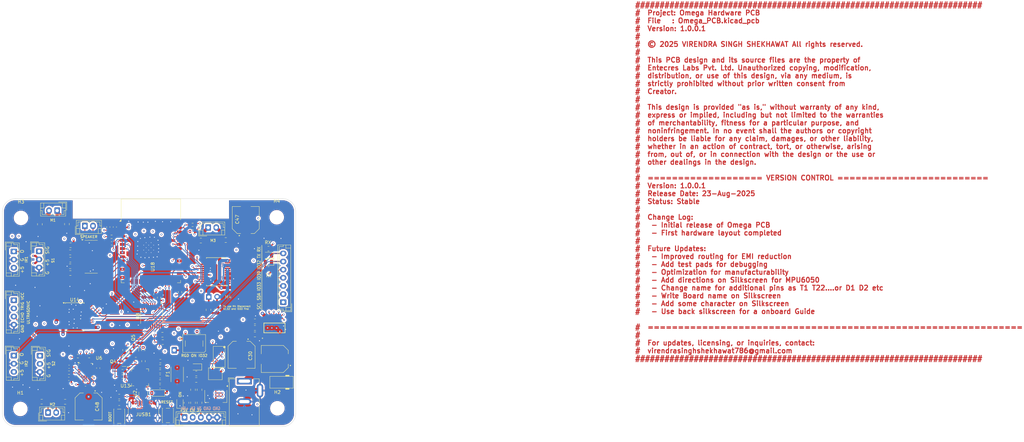
<source format=kicad_pcb>
(kicad_pcb (version 20241229) (generator "pcbnew") (generator_version "9.0")
  (layers (0 "F.Cu" signal "L1") (4 "In1.Cu" signal "L2") (6 "In2.Cu" signal "L3") (2 "B.Cu" signal "L4") (13 "F.Paste" user) (15 "B.Paste" user) (5 "F.SilkS" user "F.Silkscreen") (7 "B.SilkS" user "B.Silkscreen") (1 "F.Mask" user) (3 "B.Mask" user) (25 "Edge.Cuts" user))
  (net 0 "")
  (net 1 "GND")
  (net 2 "/ESP32_EN")
  (net 3 "/GPIO0")
  (net 4 "/5VUSB")
  (net 5 "Net-(D1-DOUT)")
  (net 6 "/GPIO14")
  (net 7 "/GPIO15")
  (net 8 "/GPIO39")
  (net 9 "/GPIO36")
  (net 10 "/GPIO35")
  (net 11 "/GPIO34")
  (net 12 "/USB_N")
  (net 13 "/USB_P")
  (net 14 "Net-(JUSB1-CC1)")
  (net 16 "Net-(JUSB1-CC2)")
  (net 18 "/3V3")
  (net 20 "/GPIO33")
  (net 34 "/GPIO13")
  (net 35 "+5V")
  (net 36 "/VIN")
  (net 37 "Net-(D1-DIN)")
  (net 38 "Net-(U6-REGOUT)")
  (net 39 "Net-(U6-CPOUT)")
  (net 40 "AD0_MPU")
  (net 41 "I2C_SCL")
  (net 42 "I2C_SDA")
  (net 43 "Net-(U13-VBUS)")
  (net 44 "Net-(J21-Pin_1)")
  (net 45 "Net-(J21-Pin_2)")
  (net 46 "Net-(J22-Pin_1)")
  (net 47 "Net-(J22-Pin_2)")
  (net 48 "Net-(J23-Pin_1)")
  (net 49 "Net-(J23-Pin_2)")
  (net 50 "/GPIO25")
  (net 51 "Net-(C55-Pad1)")
  (net 52 "Net-(U16-VREF)")
  (net 53 "/PWRIN")
  (net 54 "Net-(D4-A)")
  (net 55 "Net-(D5-A)")
  (net 56 "/VBUS")
  (net 57 "Net-(D7-A)")
  (net 58 "Net-(D8-A)")
  (net 59 "/GPIO04")
  (net 60 "/GPIO36p")
  (net 61 "/GPIO34p")
  (net 62 "/GPIO35p")
  (net 63 "/GPIO39P")
  (net 64 "/GPIO32p")
  (net 65 "/GPIO33p")
  (net 66 "/U0RXDp")
  (net 67 "/U0TXDp")
  (net 68 "/GPIO18")
  (net 69 "/GPIO17")
  (net 70 "Net-(J29-Pin_2)")
  (net 71 "Net-(J29-Pin_1)")
  (net 72 "/GATE_CMD")
  (net 73 "Net-(U11A--)")
  (net 74 "Net-(U11B-+)")
  (net 75 "Net-(U13-~{RST})")
  (net 76 "Net-(U13-~{SUSPEND})")
  (net 77 "Net-(U13-TXD)")
  (net 78 "/U0RXD")
  (net 79 "Net-(U13-RXD)")
  (net 80 "/U0TXD")
  (net 81 "Net-(U16-INL)")
  (net 82 "/GPIO32")
  (net 83 "/SCK")
  (net 100 "/GPIO02")
  (net 101 "/GPIO16")
  (net 102 "/GPIO26")
  (net 103 "/GPIO05")
  (net 104 "Net-(J1-Pin_1)")
  (net 105 "Net-(J1-Pin_2)")
  (net 106 "/GPIO23")
  (net 107 "/GPIO27")
  (net 108 "/GPIO19")
  (net 115 "/GPIO12")
  (net 121 "Net-(Q4-C)")
  (net 122 "Net-(Q4-E)")
  (net 123 "Net-(Q4-B)")
  (net 124 "Net-(Q5-C)")
  (net 125 "Net-(Q5-E)")
  (net 126 "Net-(Q5-B)")
  (net 127 "Net-(D6-A)")
  (footprint "Capacitor_SMD:C_0805_2012Metric" (layer "F.Cu") (at 120 68.15 -90)
    (property "Reference" "C40" (hide yes))
    (property "Value" "100nf" (hide yes))
  )
  (footprint "Resistor_SMD:R_0805_2012Metric" (layer "F.Cu") (at 186 98 180)
    (property "Reference" "R19" (hide yes))
    (property "Value" "10k" (hide yes))
  )
  (footprint "Package_SO:SSOP-24_5.3x8.2mm_P0.65mm" (layer "F.Cu") (at 130.7 96.6)
    (property "Reference" "U14")
    (property "Value" "TB6612FNG")
  )
  (footprint "Capacitor_SMD:C_0805_2012Metric" (layer "F.Cu") (at 129.3 76.8 180)
    (property "Reference" "C54" (hide yes))
    (property "Value" "1uf" (hide yes))
  )
  (footprint "Resistor_SMD:R_0603_1608Metric" (layer "F.Cu") (at 151.8 110.225 -90)
    (property "Reference" "R27" (hide yes))
    (property "Value" "10k(1%)" (hide yes))
  )
  (footprint "Resistor_SMD:R_0603_1608Metric" (layer "F.Cu") (at 128.95 113.75)
    (property "Reference" "R14" (hide yes))
    (property "Value" "4.7k" (hide yes))
  )
  (footprint "EEETC1V470V:CAP_EEETC1V470V" (layer "F.Cu") (at 183.2 66.85 90)
    (property "Reference" "C47")
    (property "Value" "470uf/25V")
  )
  (footprint "Capacitor_SMD:C_0603_1608Metric" (layer "F.Cu") (at 156.9 114.9)
    (property "Reference" "C38" (hide yes))
    (property "Value" "1uf/16V(10%)" (hide yes))
  )
  (footprint "MF-MSMF110_16-2:FUSER_MF-MSMF110_16-2" (layer "F.Cu") (at 162.15 114.3 90)
    (property "Reference" "F1")
    (property "Value" "MF-MSMF110_16-2")
  )
  (footprint "Capacitor_SMD:C_0805_2012Metric" (layer "F.Cu") (at 168 116 180)
    (property "Reference" "C32" (hide yes))
    (property "Value" "100n")
  )
  (footprint "Resistor_SMD:R_0603_1608Metric" (layer "F.Cu") (at 156.9 113.35)
    (property "Reference" "R21" (hide yes))
    (property "Value" "22.1k(1%)" (hide yes))
  )
  (footprint "MountingHole:MountingHole_4mm" (layer "F.Cu") (at 192.7 66)
    (property "Reference" "H4")
    (property "Value" "MountingHole")
  )
  (footprint "MountingHole:MountingHole_4mm" (layer "F.Cu") (at 114 124.9)
    (property "Reference" "H1")
    (property "Value" "MountingHole")
  )
  (footprint "Package_SO:SOP-16_3.9x9.9mm_P1.27mm" (layer "F.Cu") (at 135.75 78.125)
    (property "Reference" "U16" (hide yes))
    (property "Value" "PAM8403D")
  )
  (footprint "Connector_JST:JST_EH_B2B-EH-A_1x02_P2.50mm_Vertical" (layer "F.Cu") (at 125.3 63.95 180)
    (property "Reference" "J21" (hide yes))
    (property "Value" "M1")
  )
  (footprint "Capacitor_SMD:C_0805_2012Metric" (layer "F.Cu") (at 129.3 81.05 180)
    (property "Reference" "C57" (hide yes))
    (property "Value" "0.1uf" (hide yes))
  )
  (footprint "Package_DFN_QFN:QFN-28-1EP_5x5mm_P0.5mm_EP3.35x3.35mm" (layer "F.Cu") (at 150.75 115.2 90)
    (property "Reference" "U13")
    (property "Value" "CP2102N-A02-GQFN28" (hide yes))
  )
  (footprint "Capacitor_SMD:C_0805_2012Metric" (layer "F.Cu") (at 151.9 89.6 -90)
    (property "Reference" "C12" (hide yes))
    (property "Value" "10uf" (hide yes))
  )
  (footprint "" (layer "F.Cu") (at 174.4 90.4)
    (property "Reference" "")
    (property "Value" "")
  )
  (footprint "Capacitor_SMD:C_0805_2012Metric" (layer "F.Cu") (at 129.4 74.6)
    (property "Reference" "C53" (hide yes))
    (property "Value" "1uf" (hide yes))
  )
  (footprint "PCM_Package_TO_SOT_SMD_AKL:SuperSOT-3" (layer "F.Cu") (at 173.85 114.1)
    (property "Reference" "Q1" (hide yes))
    (property "Value" "FDN340P" (hide yes))
  )
  (footprint "Capacitor_SMD:C_0805_2012Metric" (layer "F.Cu") (at 169 123 90)
    (property "Reference" "C36" (hide yes))
    (property "Value" "0.1uf" (hide yes))
  )
  (footprint "Connector_JST:JST_EH_B5B-EH-A_1x05_P2.50mm_Vertical" (layer "F.Cu") (at 164.4 127.5)
    (property "Reference" "J17" (hide yes))
    (property "Value" "POWER")
  )
  (footprint "LED_SMD:LED_0805_2012Metric" (layer "F.Cu") (at 168 112 180)
    (property "Reference" "D5" (hide yes))
    (property "Value" "LED")
  )
  (footprint "Resistor_SMD:R_0805_2012Metric" (layer "F.Cu") (at 165 123 -90)
    (property "Reference" "R17" (hide yes))
    (property "Value" "5.1K" (hide yes))
  )
  (footprint "Sensor_Motion:InvenSense_QFN-24_4x4mm_P0.5mm" (layer "F.Cu") (at 134 113.05)
    (property "Reference" "U6")
    (property "Value" "MPU-6050" (hide yes))
  )
  (footprint "Resistor_SMD:R_0603_1608Metric" (layer "F.Cu") (at 145.35 113.3 180)
    (property "Reference" "R26" (hide yes))
    (property "Value" "0(1%)" (hide yes))
  )
  (footprint "Button_Switch_SMD:SW_SPST_PTS810" (layer "F.Cu") (at 144.35 127.15 90)
    (property "Reference" "SW1" (hide yes))
    (property "Value" "BOOT")
  )
  (footprint "EEETC1V470V:CAP_EEETC1V470V" (layer "F.Cu") (at 181.9 108.25 -90)
    (property "Reference" "C30")
    (property "Value" "47uf/35v")
  )
  (footprint "PCM_Package_SO_AKL:MSOP-8_3x3mm_P0.65mm" (layer "F.Cu") (at 175.025 108.8875 -90)
    (property "Reference" "U11" (hide yes))
    (property "Value" "LMV358IDGK" (hide yes))
  )
  (footprint "Capacitor_SMD:C_0805_2012Metric" (layer "F.Cu") (at 129.35 83.15)
    (property "Reference" "C55" (hide yes))
    (property "Value" "0.47uf")
  )
  (footprint "Resistor_SMD:R_0805_2012Metric" (layer "F.Cu") (at 144.35 121.1 180)
    (property "Reference" "R2" (hide yes))
    (property "Value" "5.1k" (hide yes))
  )
  (footprint "Package_SO:TSSOP-20_4.4x6.5mm_P0.65mm" (layer "F.Cu") (at 154.3 96.45 -90)
    (property "Reference" "U8")
    (property "Value" "TXS0108EPW")
  )
  (footprint "MountingHole:MountingHole_4mm" (layer "F.Cu") (at 114.2 66.2)
    (property "Reference" "H3")
    (property "Value" "MountingHole")
  )
  (footprint "Capacitor_SMD:C_0805_2012Metric" (layer "F.Cu") (at 128.3 68.1 -90)
    (property "Reference" "C39" (hide yes))
    (property "Value" "100nf" (hide yes))
  )
  (footprint "Resistor_SMD:R_0603_1608Metric" (layer "F.Cu") (at 166.875 70.35)
    (property "Reference" "R5" (hide yes))
    (property "Value" "4.7k" (hide yes))
  )
  (footprint "Capacitor_SMD:C_0805_2012Metric" (layer "F.Cu") (at 174.35 94.45 -90)
    (property "Reference" "C2" (hide yes))
    (property "Value" "100nf" (hide yes))
  )
  (footprint "Resistor_SMD:R_0603_1608Metric" (layer "F.Cu") (at 166.875 68.35)
    (property "Reference" "R4" (hide yes))
    (property "Value" "4.7k" (hide yes))
  )
  (footprint "LED_SMD:LED_0805_2012Metric" (layer "F.Cu") (at 163 123 90)
    (property "Reference" "D4" (hide yes))
    (property "Value" "LED(RED)" (hide yes))
  )
  (footprint "Capacitor_SMD:C_0805_2012Metric" (layer "F.Cu") (at 167 119 -90)
    (property "Reference" "C35" (hide yes))
    (property "Value" "0.1uf" (hide yes))
  )
  (footprint "Capacitor_SMD:C_0603_1608Metric" (layer "F.Cu") (at 142 74 180)
    (property "Reference" "C49" (hide yes))
    (property "Value" "0.1uF")
  )
  (footprint "Connector_JST:JST_EH_B3B-EH-A_1x03_P2.50mm_Vertical" (layer "F.Cu") (at 120 108.55 -90)
    (property "Reference" "J28" (hide yes))
    (property "Value" "S2")
  )
  (footprint "Capacitor_SMD:C_0603_1608Metric" (layer "F.Cu") (at 128.875 115.65 180)
    (property "Reference" "C25" (hide yes))
    (property "Value" "10nf" (hide yes))
  )
  (footprint "Resistor_SMD:R_0603_1608Metric" (layer "F.Cu") (at 169.05 101.1)
    (property "Reference" "R13" (hide yes))
    (property "Value" "1k" (hide yes))
  )
  (footprint "MountingHole:MountingHole_4mm" (layer "F.Cu") (at 192.9 124.7)
    (property "Reference" "H2")
    (property "Value" "MountingHole")
  )
  (footprint "Resistor_SMD:R_0805_2012Metric" (layer "F.Cu") (at 190.15 75.65)
    (property "Reference" "R37" (hide yes))
    (property "Value" "1K" (hide yes))
  )
  (footprint "Capacitor_SMD:C_0805_2012Metric" (layer "F.Cu") (at 177.05 73)
    (property "Reference" "C44" (hide yes))
    (property "Value" "100nf" (hide yes))
  )
  (footprint "Connector_JST:JST_EH_B3B-EH-A_1x03_P2.50mm_Vertical" (layer "F.Cu") (at 112 108.5 -90)
    (property "Reference" "J25" (hide yes))
    (property "Value" "IR2")
  )
  (footprint "Capacitor_SMD:C_0805_2012Metric" (layer "F.Cu") (at 171.75 94.45 -90)
    (property "Reference" "C1" (hide yes))
    (property "Value" "100nf" (hide yes))
  )
  (footprint "Connector_BarrelJack:BarrelJack_GCT_DCJ200-10-A_Horizontal" (layer "F.Cu") (at 182.75 116.35)
    (property "Reference" "J20" (hide yes))
    (property "Value" "DCJ200-10-A-XX-K_REVA")
  )
  (footprint "Capacitor_SMD:C_0603_1608Metric" (layer "F.Cu") (at 143 69 90)
    (property "Reference" "C52" (hide yes))
    (property "Value" "10uF")
  )
  (footprint "Resistor_SMD:R_0603_1608Metric" (layer "F.Cu") (at 131.65 108.7 180)
    (property "Reference" "R15" (hide yes))
    (property "Value" "4.7k" (hide yes))
  )
  (footprint "Resistor_SMD:R_0603_1608Metric" (layer "F.Cu") (at 156.875 116.45 180)
    (property "Reference" "R22" (hide yes))
    (property "Value" "47.5k(1%)" (hide yes))
  )
  (footprint "Button_Switch_SMD:SW_SPST_PTS810" (layer "F.Cu") (at 159.3 126.9 90)
    (property "Reference" "SW2" (hide yes))
    (property "Value" "RESET")
  )
  (footprint "Resistor_SMD:R_0603_1608Metric" (layer "F.Cu") (at 151.7 106.825 90)
    (property "Reference" "R30" (hide yes))
    (property "Value" "0(1%)" (hide yes))
  )
  (footprint "Capacitor_SMD:C_0603_1608Metric" (layer "F.Cu") (at 156.875 118)
    (property "Reference" "C37" (hide yes))
    (property "Value" "10uf/25v" (hide yes))
  )
  (footprint "Resistor_SMD:R_0603_1608Metric" (layer "F.Cu") (at 156.975 110.2)
    (property "Reference" "R24" (hide yes))
    (property "Value" "10k(1%)(NC)" (hide yes))
  )
  (footprint "Capacitor_SMD:C_0603_1608Metric" (layer "F.Cu") (at 134 117.4)
    (property "Reference" "C28" (hide yes))
    (property "Value" "0.1uf" (hide yes))
  )
  (footprint "Capacitor_SMD:C_0805_2012Metric" (layer "F.Cu") (at 157.7 104.35)
    (property "Reference" "C11" (hide yes))
    (property "Value" "100nf" (hide yes))
  )
  (footprint "Resistor_SMD:R_0805_2012Metric" (layer "F.Cu") (at 186 100)
    (property "Reference" "R18" (hide yes))
    (property "Value" "10k" (hide yes))
  )
  (footprint "Capacitor_SMD:C_0603_1608Metric" (layer "F.Cu") (at 128.95 111.95 180)
    (property "Reference" "C26" (hide yes))
    (property "Value" "10nf" (hide yes))
  )
  (footprint "Package_TO_SOT_SMD:SOT-23" (layer "F.Cu") (at 145.85 110.2875 180)
    (property "Reference" "Q4")
    (property "Value" "SS8050" (hide yes))
  )
  (footprint "Capacitor_SMD:C_0805_2012Metric" (layer "F.Cu") (at 120.55 122.65 180)
    (property "Reference" "C41" (hide yes))
    (property "Value" "100nf" (hide yes))
  )
  (footprint "Connector_JST:JST_EH_B2B-EH-A_1x02_P2.50mm_Vertical" (layer "F.Cu") (at 171.65 69.15)
    (property "Reference" "J23" (hide yes))
    (property "Value" "M3" (hide yes))
  )
  (footprint "Resistor_SMD:R_0603_1608Metric" (layer "F.Cu") (at 156.6 90.7 -90)
    (property "Reference" "R9" (hide yes))
    (property "Value" "100k" (hide yes))
  )
  (footprint "Connector_JST:JST_EH_B3B-EH-A_1x03_P2.50mm_Vertical" (layer "F.Cu") (at 112 76.5 -90)
    (property "Reference" "J18" (hide yes))
    (property "Value" "IR1")
  )
  (footprint "Resistor_SMD:R_0603_1608Metric" (layer "F.Cu") (at 142 72 180)
    (property "Reference" "R31" (hide yes))
    (property "Value" "10k")
  )
  (footprint "" (layer "F.Cu") (at 171.825 90.5)
    (property "Reference" "")
    (property "Value" "")
  )
  (footprint "Capacitor_SMD:C_0603_1608Metric" (layer "F.Cu") (at 137.9 112.35 -90)
    (property "Reference" "C27" (hide yes))
    (property "Value" "2.2nf/16v" (hide yes))
  )
  (footprint "Resistor_SMD:R_0603_1608Metric" (layer "F.Cu") (at 156.925 111.8 180)
    (property "Reference" "R23" (hide yes))
    (property "Value" "1k(1%)" (hide yes))
  )
  (footprint "EEETC1V470V:CAP_EEETC1V470V" (layer "F.Cu") (at 134.95 124.15 -90)
    (property "Reference" "C48")
    (property "Value" "470uf/25V")
  )
  (footprint "Connector_JST:JST_EH_B3B-EH-A_1x03_P2.50mm_Vertical" (layer "F.Cu") (at 119.75 76.45 -90)
    (property "Reference" "J27" (hide yes))
    (property "Value" "S1")
  )
  (footprint "Connector_USB:USB_C_Receptacle_GCT_USB4105-xx-A_16P_TopMnt_Horizontal" (layer "F.Cu") (at 151.8 126.59)
    (property "Reference" "JUSB1")
    (property "Value" "USB_C_Receptacle_USB2.0")
  )
  (footprint "Package_DFN_QFN:Diodes_UDFN-10_1.0x2.5mm_P0.5mm" (layer "F.Cu") (at 151.75 120.1875 90)
    (property "Reference" "U2")
    (property "Value" "ESD7104MUTAG" (hide yes))
  )
  (footprint "Resistor_SMD:R_0603_1608Metric" (layer "F.Cu") (at 145.35 114.95 180)
    (property "Reference" "R25" (hide yes))
    (property "Value" "0(1%)" (hide yes))
  )
  (footprint "Connector_JST:JST_EH_B7B-EH-A_1x07_P2.50mm_Vertical" (layer "F.Cu") (at 194.7 92.1 90)
    (property "Reference" "J26" (hide yes))
    (property "Value" "Conn_01x07_Socket")
  )
  (footprint "Resistor_SMD:R_0603_1608Metric" (layer "F.Cu") (at 145.95 106.825 90)
    (property "Reference" "R29" (hide yes))
    (property "Value" "0(1%)" (hide yes))
  )
  (footprint "NCP1117ST50T3G:SOT230P700X180-4N" (layer "F.Cu") (at 192 100 90)
    (property "Reference" "U10" (hide yes))
    (property "Value" "NCP1117ST50T3G")
  )
  (footprint "Resistor_SMD:R_0805_2012Metric" (layer "F.Cu") (at 168 114)
    (property "Reference" "R20" (hide yes))
    (property "Value" "1k")
  )
  (footprint "EEETC1V470V:CAP_EEETC1V470V" (layer "F.Cu") (at 192.1 109.55 180)
    (property "Reference" "C29" (hide yes))
    (property "Value" "47uf/35v")
  )
  (footprint "Capacitor_SMD:C_0805_2012Metric" (layer "F.Cu") (at 167 123 90)
    (property "Reference" "C34" (hide yes))
    (property "Value" "47uf/25v")
  )
  (footprint "Resistor_SMD:R_0805_2012Metric" (layer "F.Cu") (at 144.35 123.1 180)
    (property "Reference" "R1" (hide yes))
    (property "Value" "5.1k")
  )
  (footprint "Capacitor_SMD:C_0805_2012Metric" (layer "F.Cu") (at 127.75 122.7)
    (property "Reference" "C42" (hide yes))
    (property "Value" "100nf" (hide yes))
  )
  (footprint "Resistor_SMD:R_0603_1608Metric" (layer "F.Cu") (at 163 89 -90)
    (property "Reference" "R32" (hide yes))
    (property "Value" "10k")
  )
  (footprint "LED_SMD:LED_0805_2012Metric" (layer "F.Cu") (at 190.15 79.8 180)
    (property "Reference" "D7" (hide yes))
    (property "Value" "LED (BLUE)" (hide yes))
  )
  (footprint "Resistor_SMD:R_0603_1608Metric" (layer "F.Cu") (at 149.45 109.525)
    (property "Reference" "R28" (hide yes))
    (property "Value" "10k(1%)" (hide yes))
  )
  (footprint "Package_TO_SOT_SMD:SOT-23" (layer "F.Cu") (at 148.8 106.5125 90)
    (property "Reference" "Q5")
    (property "Value" "SS8050" (hide yes))
  )
  (footprint "Resistor_SMD:R_0603_1608Metric" (layer "F.Cu") (at 135.125 108.65)
    (property "Reference" "R16" (hide yes))
    (property "Value" "4.7k" (hide yes))
  )
  (footprint "Connector_JST:JST_EH_B2B-EH-A_1x02_P2.50mm_Vertical" (layer "F.Cu") (at 122.5 126)
    (property "Reference" "J22" (hide yes))
    (property "Value" "M2")
  )
  (footprint "Connector_JST:JST_EH_B4B-EH-A_1x04_P2.50mm_Vertical" (layer "F.Cu") (at 112 91.5 -90)
    (property "Reference" "J10" (hide yes))
    (property "Value" "ULTRASONIC" (hide yes))
  )
  (footprint "Resistor_SMD:R_0805_2012Metric" (layer "F.Cu") (at 129.35 79.05)
    (property "Reference" "R35" (hide yes))
    (property "Value" "10k(1%)" (hide yes))
  )
  (footprint "Package_SO:SSOP-24_5.3x8.2mm_P0.65mm" (layer "F.Cu") (at 174 82.725 180)
    (property "Reference" "U15" (hide yes))
    (property "Value" "TB6612FNG")
  )
  (footprint "Capacitor_SMD:C_0805_2012Metric" (layer "F.Cu") (at 154.2 89.6 90)
    (property "Reference" "C5" (hide yes))
    (property "Value" "100nf" (hide yes))
  )
  (footprint "Diode_SMD:D_SOD-123" (layer "F.Cu") (at 156 120 180)
    (property "Reference" "D6" (hide yes))
    (property "Value" "1N5819" (hide yes))
  )
  (footprint "Capacitor_SMD:C_0805_2012Metric" (layer "F.Cu") (at 169.4 73.15 180)
    (property "Reference" "C43" (hide yes))
    (property "Value" "100nf" (hide yes))
  )
  (footprint "LED_SMD:LED_WS2812B_PLCC4_5.0x5.0mm_P3.2mm" (layer "F.Cu") (at 167.35 104.8)
    (property "Reference" "D1" (hide yes))
    (property "Value" "WS2812B")
  )
  (footprint "Capacitor_SMD:C_0603_1608Metric" (layer "F.Cu") (at 141 69 90)
    (property "Reference" "C51" (hide yes))
    (property "Value" "0.1uF")
  )
  (footprint "Capacitor_SMD:C_0805_2012Metric" (layer "F.Cu") (at 157.6 102.1 180)
    (property "Reference" "C10" (hide yes))
    (property "Value" "10uf" (hide yes))
  )
  (footprint "Resistor_SMD:R_0805_2012Metric" (layer "F.Cu") (at 190.2 81.9)
    (property "Reference" "R36" (hide yes))
    (property "Value" "1K" (hide yes))
  )
  (footprint "RF_Module:ESP32-WROOM-32" (layer "F.Cu") (at 154.055 76.235)
    (property "Reference" "U18")
    (property "Value" "ESP32-WROOM-32")
  )
  (footprint "Package_TO_SOT_SMD:SOT-223-3_TabPin2" (layer "F.Cu") (at 174 121 -90)
    (property "Reference" "U12" (hide yes))
    (property "Value" "AMS1117-3.3" (hide yes))
  )
  (footprint "PCM_Diode_SMD_AKL:D_SMA" (layer "F.Cu") (at 194.2 116.7 180)
    (property "Reference" "D3" (hide yes))
    (property "Value" "M7" (hide yes))
  )
  (footprint "LED_SMD:LED_0805_2012Metric" (layer "F.Cu") (at 190.15 77.7 180)
    (property "Reference" "D8" (hide yes))
    (property "Value" "LED (GREEN)" (hide yes))
  )
  (footprint "" (layer "F.Cu") (at 161.25 106.85)
    (property "Reference" "")
    (property "Value" "")
  )
  (footprint "Capacitor_SMD:C_0603_1608Metric" (layer "F.Cu") (at 165 89 -90)
    (property "Reference" "C50" (hide yes))
    (property "Value" "0.1uF")
  )
  (footprint "Connector_JST:JST_EH_B2B-EH-A_1x02_P2.50mm_Vertical" (layer "F.Cu") (at 133.8 68.65)
    (property "Reference" "J29" (hide yes))
    (property "Value" "Speaker")
  )
  (footprint "Capacitor_SMD:C_0805_2012Metric" (layer "F.Cu") (at 169 119 -90)
    (property "Reference" "C33" (hide yes))
    (property "Value" "47uf/25v" (hide yes))
  )
  (footprint "Capacitor_SMD:C_0805_2012Metric" (layer "F.Cu") (at 186 102)
    (property "Reference" "C31" (hide yes))
    (property "Value" "100n" (hide yes))
  )
  (gr_line (start 112.5 60.285) (end 194.5 60.285) (stroke (width 0.1)) (layer "Edge.Cuts"))
  (gr_line (start 194.5 130.285) (end 112.5 130.285) (stroke (width 0.1)) (layer "Edge.Cuts"))
  (gr_arc (start 112.5 130.285) (mid 109.671573 129.113427) (end 108.5 126.285) (stroke (width 0.1)) (layer "Edge.Cuts"))
  (gr_arc (start 194.5 60.285) (mid 197.328427 61.456573) (end 198.5 64.285) (stroke (width 0.1)) (layer "Edge.Cuts"))
  (gr_line (start 198.5 64.285) (end 198.5 126.285) (stroke (width 0.1)) (layer "Edge.Cuts"))
  (gr_arc (start 108.5 64.285) (mid 109.671573 61.456573) (end 112.5 60.285) (stroke (width 0.1)) (layer "Edge.Cuts"))
  (gr_arc (start 198.5 126.285) (mid 197.328427 129.113427) (end 194.5 130.285) (stroke (width 0.1)) (layer "Edge.Cuts"))
  (gr_line (start 108.5 126.285) (end 108.5 64.285) (stroke (width 0.1)) (layer "Edge.Cuts"))
  (gr_text "#######################################################################\n#  Project: Omega Hardware PCB\n#  File   : Omega_PCB.kicad_pcb\n#  Version: 1.0.0.1\n#\n#  © 2025 VIRENDRA SINGH SHEKHAWAT All rights reserved.\n#\n#  This PCB design and its source files are the property of \n#  Entecres Labs Pvt. Ltd. Unauthorized copying, modification, \n#  distribution, or use of this design, via any medium, is \n#  strictly prohibited without prior written consent from \n#  Creator.\n#\n#  This design is provided {dblquote}as is,{dblquote} without warranty of any kind, \n#  express or implied, including but not limited to the warranties \n#  of merchantability, fitness for a particular purpose, and \n#  noninfringement. In no event shall the authors or copyright \n#  holders be liable for any claim, damages, or other liability, \n#  whether in an action of contract, tort, or otherwise, arising \n#  from, out of, or in connection with the design or the use or \n#  other dealings in the design.\n#\n#  =================== VERSION CONTROL =========================\n#  Version: 1.0.0.1\n#  Release Date: 23-Aug-2025\n#  Status: Stable\n#\n#  Change Log:\n#   - Initial release of Omega PCB\n#   - First hardware layout completed\n#\n#  Future Updates:\n#   - Improved routing for EMI reduction\n#   - Add test pads for debugging\n#   - Optimization for manufacturability\n#   - Add directions on Silkscreen for MPU6050\n#   - Change name for additional pins as T1 T22....or D1 D2 etc\n#   - Write Board name on Silkscreen\n#   - Add some character on Silkscreen\n#   - Use back silkscreen for a onboard Guide\n\n#  ==============================================================\n#\n#  For updates, licensing, or inquiries, contact:\n#  virendrasinghshekhawat786@gmail.com\n#######################################################################\n" (at 302.55 110.3 0) (layer "F.Cu") (effects (font (size 1.5 1.5) (thickness 0.3) (bold yes)) (justify left bottom)))
  (gr_text "TX\n" (at 190.15 83.9 0) (layer "F.SilkS") (effects (font (size 1 1))))
  (gr_text "M3\n" (at 173.15 73.15 0) (layer "F.SilkS") (effects (font (size 0.8 0.8))))
  (gr_text "_________________________________" (at 187.7 84.65 90) (layer "F.SilkS") (effects (font (size 0.8 0.8))))
  (gr_text "M2\n" (at 123.85 123.5 0) (layer "F.SilkS") (effects (font (size 0.8 0.8))))
  (gr_text "G  +5  SIG" (at 122.7 110.9 90) (layer "F.SilkS") (effects (font (size 1 1))))
  (gr_text "M4" (at 176.7 91.1 0) (layer "F.SilkS") (effects (font (size 1 1) (thickness 0.1)) (justify left bottom)))
  (gr_text "BOOT\n" (at 141.55 127.3 90) (layer "F.SilkS") (effects (font (size 0.8 0.8))))
  (gr_text "ULTRASONIC\n" (at 116.45 95.25 90) (layer "F.SilkS") (effects (font (size 0.8 0.8))))
  (gr_text "RGD ON IO32\n" (at 167.4 108.5 0) (layer "F.SilkS") (effects (font (size 0.8 0.8))))
  (gr_text "+5V EN 3V\n" (at 166.25 125.25 0) (layer "F.SilkS") (effects (font (size 0.8 0.8))))
  (gr_text "ON\n" (at 163.05 120.45 90) (layer "F.SilkS") (effects (font (size 0.8 0.8))))
  (gr_text "SPEAKER\n" (at 135 72 0) (layer "F.SilkS") (effects (font (size 0.8 0.8))))
  (gr_text "M1\n" (at 124 66.9 0) (layer "F.SilkS") (effects (font (size 0.8 0.8))))
  (gr_text "+5  G  O" (at 114.45 111.3 90) (layer "F.SilkS") (effects (font (size 1 1))))
  (gr_text "To use M4 Disconnect \nS1,S2 and IO33 first" (at 176.2 94.45 0) (layer "F.SilkS") (effects (font (size 0.5 0.5) (thickness 0.1)) (justify left bottom)))
  (gr_text "G  +5  SIG" (at 122.3 79.25 90) (layer "F.SilkS") (effects (font (size 1 1))))
  (gr_text "IR2\n\n" (at 116.5 111 90) (layer "F.SilkS") (effects (font (size 0.8 0.8))))
  (gr_text "S2\n" (at 124.2 110.95 90) (layer "F.SilkS") (effects (font (size 0.8 0.8))))
  (gr_text "RX\n" (at 190 73.75 0) (layer "F.SilkS") (effects (font (size 1 1))))
  (gr_text "S1\n" (at 124 79.25 90) (layer "F.SilkS") (effects (font (size 0.8 0.8))))
  (gr_text "GND ECHO TRIG VCC" (at 114.65 95.3 90) (layer "F.SilkS") (effects (font (size 0.8 0.8))))
  (gr_text "SCL SDA IO33 IO39 IO32 TX RX\n" (at 187.25 84.7 90) (layer "F.SilkS") (effects (font (size 1 0.8))))
  (gr_text "RESET\n" (at 159 122.8 0) (layer "F.SilkS") (effects (font (size 0.8 0.8))))
  (gr_text "+5  G  O" (at 114.55 79.6 90) (layer "F.SilkS") (effects (font (size 1 1))))
  (gr_text "IR1\n" (at 115.85 79 90) (layer "F.SilkS") (effects (font (size 0.8 0.8))))
  (gr_text "GND GND 3V EN +5V\n" (at 175.45 125.35 0) (layer "B.SilkS") (effects (font (size 1 0.75) (thickness 0.15) (bold yes)) (justify left bottom mirror)))
  (segment (start 131.9 111.8) (end 130.8 110.7) (width 0.25) (layer "F.Cu") (net 1))
  (segment (start 183.25 119.1) (end 183.25 122.15) (width 1.5) (layer "F.Cu") (net 1))
  (segment (start 132.775 96.925) (end 132.5 97.2) (width 0.4) (layer "F.Cu") (net 1))
  (segment (start 169.9 109.55) (end 169.9 111.0375) (width 0.6) (layer "F.Cu") (net 1))
  (segment (start 151 78.3) (end 151.1625 78.3) (width 0.25) (layer "F.Cu") (net 1))
  (segment (start 138.9 119.8) (end 137.45 118.35) (width 0.25) (layer "F.Cu") (net 1))
  (segment (start 150 74.85) (end 151.5625 74.85) (width 0.25) (layer "F.Cu") (net 1))
  (segment (start 138.25 80.03) (end 138.25 81.3) (width 0.25) (layer "F.Cu") (net 1))
  (segment (start 165.6 116) (end 167.05 116) (width 0.6) (layer "F.Cu") (net 1))
  (segment (start 150.6375 77.3) (end 151.85 76.0875) (width 0.25) (layer "F.Cu") (net 1))
  (segment (start 174.05 106.775) (end 174.05 105) (width 0.25) (layer "F.Cu") (net 1))
  (segment (start 172.35 81.6) (end 172.35 82.3) (width 0.4) (layer "F.Cu") (net 1))
  (segment (start 140.275 74.95) (end 138.25 74.95) (width 0.25) (layer "F.Cu") (net 1))
  (segment (start 177.6 84.65) (end 176.45 84.65) (width 0.6) (layer "F.Cu") (net 1))
  (segment (start 156 78.15) (end 156 77.95) (width 0.25) (layer "F.Cu") (net 1))
  (segment (start 156.12 123.485) (end 155.575 123.485) (width 0.6) (layer "F.Cu") (net 1))
  (segment (start 132.55 96.2) (end 132.55 97.15) (width 0.6) (layer "F.Cu") (net 1))
  (segment (start 127.1 94.325) (end 127.1 94.6) (width 0.25) (layer "F.Cu") (net 1))
  (segment (start 127.1 98.55) (end 128.55 98.55) (width 1) (layer "F.Cu") (net 1))
  (segment (start 139.249999 74.95) (end 139.576 75.276001) (width 0.25) (layer "F.Cu") (net 1))
  (segment (start 155.15 72.15) (end 155.15 72.7875) (width 0.25) (layer "F.Cu") (net 1))
  (segment (start 177.6 84.65) (end 177.6 85) (width 0.4) (layer "F.Cu") (net 1))
  (segment (start 153.75 72.1) (end 153.375 72.475) (width 0.25) (layer "F.Cu") (net 1))
  (segment (start 176.45 84.65) (end 176.15 84.35) (width 0.6) (layer "F.Cu") (net 1))
  (segment (start 141.225 74) (end 140.275 74.95) (width 0.25) (layer "F.Cu") (net 1))
  (segment (start 172.25 82.4) (end 172.3 82.35) (width 0.4) (layer "F.Cu") (net 1))
  (segment (start 132.05 111.8) (end 131.9 111.8) (width 0.25) (layer "F.Cu") (net 1))
  (segment (start 169 122.05) (end 167 122.05) (width 0.25) (layer "F.Cu") (net 1))
  (segment (start 154.9 76.0875) (end 155.9625 76.0875) (width 0.25) (layer "F.Cu") (net 1))
  (segment (start 148.055 122.91) (end 147.48 123.485) (width 0.2) (layer "F.Cu") (net 1))
  (segment (start 177.6 84.65) (end 178.85 84.65) (width 0.4) (layer "F.Cu") (net 1))
  (segment (start 132.55 97.15) (end 132.5 97.2) (width 0.6) (layer "F.Cu") (net 1))
  (segment (start 128.35 74.7) (end 128.45 74.6) (width 0.25) (layer "F.Cu") (net 1))
  (segment (start 152.45 121.55) (end 152.35 121.55) (width 0.2) (layer "F.Cu") (net 1))
  (segment (start 185.1 125) (end 182.75 122.65) (width 1.5) (layer "F.Cu") (net 1))
  (segment (start 135.15 73.9) (end 134.1 74.95) (width 0.6) (layer "F.Cu") (net 1))
  (segment (start 165.2 115.6) (end 165.6 116) (width 0.6) (layer "F.Cu") (net 1))
  (segment (start 179.45 84.9) (end 179.1 84.9) (width 0.6) (layer "F.Cu") (net 1))
  (segment (start 177.6 85) (end 179.35 85) (width 0.4) (layer "F.Cu") (net 1))
  (segment (start 151.375 99.3125) (end 150.3625 99.3125) (width 0.25) (layer "F.Cu") (net 1))
  (segment (start 177.6 84.35) (end 177.6 84.65) (width 0.4) (layer "F.Cu") (net 1))
  (segment (start 150.05 73.45) (end 150.7375 73.45) (width 0.25) (layer "F.Cu") (net 1))
  (segment (start 136.2 111.1) (end 136.2 111.425) (width 0.25) (layer "F.Cu") (net 1))
  (segment (start 165.2 115.05) (end 165.2 115.6) (width 0.6) (layer "F.Cu") (net 1))
  (segment (start 155.775 74.45) (end 154.9 75.325) (width 0.25) (layer "F.Cu") (net 1))
  (segment (start 132.775 96.425) (end 132.775 96.925) (width 0.4) (layer "F.Cu") (net 1))
  (segment (start 135.95 111.35) (end 136.2 111.1) (width 0.25) (layer "F.Cu") (net 1))
  (segment (start 128.7 94.6) (end 129 94.3) (width 1) (layer "F.Cu") (net 1))
  (segment (start 129 94.3) (end 129 95.15) (width 1) (layer "F.Cu") (net 1))
  (segment (start 157.7 116.45) (end 157.7 117.95) (width 0.25) (layer "F.Cu") (net 1))
  (segment (start 152.6125 78.0875) (end 152.25 78.45) (width 0.25) (layer "F.Cu") (net 1))
  (segment (start 134.3 96.925) (end 132.775 96.925) (width 0.4) (layer "F.Cu") (net 1))
  (segment (start 177.6 80.75) (end 176.6 80.75) (width 0.6) (layer "F.Cu") (net 1))
  (segment (start 183.25 122.15) (end 182.75 122.65) (width 1.5) (layer "F.Cu") (net 1))
  (segment (start 152.2 73.3875) (end 152.6125 73.8) (width 0.25) (layer "F.Cu") (net 1))
  (segment (start 150.3625 99.3125) (end 150.2 99.15) (width 0.25) (layer "F.Cu") (net 1))
  (segment (start 150.25 118.3) (end 150.25 117.65) (width 0.25) (layer "F.Cu") (net 1))
  (segment (start 133.275 96.925) (end 132.55 96.2) (width 0.4) (layer "F.Cu") (net 1))
  (segment (start 152.2 72.25) (end 152.2 73.3875) (width 0.25) (layer "F.Cu") (net 1))
  (segment (start 128.35 94.6) (end 128.95 95.2) (width 1) (layer "F.Cu") (net 1))
  (segment (start 134.75 117.375) (end 134.775 117.4) (width 0.25) (layer "F.Cu") (net 1))
  (segment (start 143.24 67.985) (end 143 68.225) (width 0.25) (layer "F.Cu") (net 1))
  (segment (start 139.576 75.276001) (end 139.576 79.924) (width 0.25) (layer "F.Cu") (net 1))
  (segment (start 151.75 120.95) (end 151.75 120.5375) (width 0.2) (layer "F.Cu") (net 1))
  (segment (start 127.1 94.6) (end 127.1 94.975) (width 0.25) (layer "F.Cu") (net 1))
  (segment (start 167 122.05) (end 167 119.95) (width 0.25) (layer "F.Cu") (net 1))
  (segment (start 154.1375 77.5875) (end 154.85 78.3) (width 0.25) (layer "F.Cu") (net 1))
  (segment (start 186.15 119.25) (end 182.75 122.65) (width 1.5) (layer "F.Cu") (net 1))
  (segment (start 149.7 118.85) (end 150.25 118.3) (width 0.25) (layer "F.Cu") (net 1))
  (segment (start 156.12 123.485) (end 156.12 119.53) (width 0.25) (layer "F.Cu") (net 1))
  (segment (start 186.2 97.2875) (end 186.9125 98) (width 0.6) (layer "F.Cu") (net 1))
  (segment (start 128.95 98.1) (end 128.95 98.95) (width 1) (layer "F.Cu") (net 1))
  (segment (start 145.305 67.985) (end 143.24 67.985) (width 0.25) (layer "F.Cu") (net 1))
  (segment (start 135.295795 116.045795) (end 135.295795 116.879205) (width 0.25) (layer "F.Cu") (net 1))
  (segment (start 150.25 115.7) (end 150.75 115.2) (width 0.25) (layer "F.Cu") (net 1))
  (segment (start 127.1 94.6) (end 128.7 94.6) (width 1) (layer "F.Cu") (net 1))
  (segment (start 128.5 98.55) (end 128.95 98.1) (width 1) (layer "F.Cu") (net 1))
  (segment (start 134.3 96.925) (end 133.275 96.925) (width 0.4) (layer "F.Cu") (net 1))
  (segment (start 176.5 80.75) (end 176.2 81.05) (width 0.6) (layer "F.Cu") (net 1))
  (segment (start 152.6125 76.85) (end 152.6125 78.0875) (width 0.25) (layer "F.Cu") (net 1))
  (segment (start 128.95 98.95) (end 129 99) (width 1) (layer "F.Cu") (net 1))
  (segment (start 134.75 115) (end 134.75 115.5) (width 0.25) (layer "F.Cu") (net 1))
  (segment (start 149.85 77.3) (end 150.6375 77.3) (width 0.25) (layer "F.Cu") (net 1))
  (segment (start 127.1 98.225) (end 127.1 98.55) (width 0.25) (layer "F.Cu") (net 1))
  (segment (start 177.6 80.75) (end 176.5 80.75) (width 0.6) (layer "F.Cu") (net 1))
  (segment (start 154.1375 76.85) (end 154.1375 77.5875) (width 0.25) (layer "F.Cu") (net 1))
  (segment (start 135.725 118.35) (end 134.775 117.4) (width 0.25) (layer "F.Cu") (net 1))
  (segment (start 155.9625 76.0875) (end 156.45 75.6) (width 0.25) (layer "F.Cu") (net 1))
  (segment (start 177.6 80.75) (end 177.6 81.1) (width 0.4) (layer "F.Cu") (net 1))
  (segment (start 143 68.225) (end 141 68.225) (width 0.25) (layer "F.Cu") (net 1))
  (segment (start 129 95.15) (end 128.95 95.2) (width 1) (layer "F.Cu") (net 1))
  (segment (start 134.75 115.5) (end 135.295795 116.045795) (width 0.25) (layer "F.Cu") (net 1))
  (segment (start 167 119.95) (end 169 119.95) (width 0.25) (layer "F.Cu") (net 1))
  (segment (start 177.6 84.65) (end 176.55 84.65) (width 0.6) (layer "F.Cu") (net 1))
  (segment (start 186.2 96.3) (end 186.2 97.2875) (width 0.6) (layer "F.Cu") (net 1))
  (segment (start 151.1625 78.3) (end 152.6125 76.85) (width 0.25) (layer "F.Cu") (net 1))
  (segment (start 134.1 74.95) (end 133.25 74.95) (width 0.6) (layer "F.Cu") (net 1))
  (segment (start 132.55 96.2) (end 132.775 96.425) (width 0.4) (layer "F.Cu") (net 1))
  (segment (start 138.95 119.8) (end 138.9 119.8) (width 0.25) (layer "F.Cu") (net 1))
  (segment (start 128.55 98.55) (end 129 99) (width 1) (layer "F.Cu") (net 1))
  (segment (start 180.8 126.4) (end 180.8 124.6) (width 1.5) (layer "F.Cu") (net 1))
  (segment (start 155.15 72.7875) (end 154.1375 73.8) (width 0.25) (layer "F.Cu") (net 1))
  (segment (start 156.25 73.2125) (end 154.9 74.5625) (width 0.25) (layer "F.Cu") (net 1))
  (segment (start 150.85 72.5) (end 151.3125 72.5) (width 0.25) (layer "F.Cu") (net 1))
  (segment (start 157.7 117.95) (end 157.65 118) (width 0.25) (layer "F.Cu") (net 1))
  (segment (start 138.25 74.95) (end 139.249999 74.95) (width 0.25) (layer "F.Cu") (net 1))
  (segment (start 171.75 95.4) (end 174.35 95.4) (width 0.5) (layer "F.Cu") (net 1))
  (segment (start 178.85 84.65) (end 179.1 84.9) (width 0.4) (layer "F.Cu") (net 1))
  (segment (start 135.295795 116.879205) (end 134.775 117.4) (width 0.25) (layer "F.Cu") (net 1))
  (segment (start 176.55 84.65) (end 176.2 85) (width 0.6) (layer "F.Cu") (net 1))
  (segment (start 150.25 117.65) (end 150.25 115.7) (width 0.25) (layer "F.Cu") (net 1))
  (segment (start 157.675 114.9) (end 157.675 116.425) (width 0.25) (layer "F.Cu") (net 1))
  (segment (start 178.55 84.35) (end 179.1 84.9) (width 0.4) (layer "F.Cu") (net 1))
  (segment (start 128.175 111.95) (end 128.175 113.7) (width 0.25) (layer "F.Cu") (net 1))
  (segment (start 177.6 84.35) (end 178.55 84.35) (width 0.4) (layer "F.Cu") (net 1))
  (segment (start 127.1 98.55) (end 127.1 98.875) (width 0.25) (layer "F.Cu") (net 1))
  (segment (start 157.675 116.425) (end 157.7 116.45) (width 0.25) (layer "F.Cu") (net 1))
  (segment (start 151.75 119.775) (end 151.75 120.5375) (width 0.2) (layer "F.Cu") (net 1))
  (segment (start 156.4 74.45) (end 155.775 74.45) (width 0.25) (layer "F.Cu") (net 1))
  (segment (start 155.575 123.485) (end 155 122.91) (width 0.6) (layer "F.Cu") (net 1))
  (segment (start 153.375 72.475) (end 153.375 75.325) (width 0.25) (layer "F.Cu") (net 1))
  (segment (start 172.35 82.3) (end 172.3 82.35) (width 0.4) (layer "F.Cu") (net 1))
  (segment (start 169.9 111.0375) (end 168.9375 112) (width 0.6) (layer "F.Cu") (net 1))
  (segment (start 180.8 124.6) (end 182.75 122.65) (width 1.5) (layer "F.Cu") (net 1))
  (segment (start 139.47 80.03) (end 138.25 80.03) (width 0.25) (layer "F.Cu") (net 1))
  (segment (start 150.1625 76.0875) (end 150 76.25) (width 0.25) (layer "F.Cu") (net 1))
  (segment (start 139.576 79.924) (end 139.47 80.03) (width 0.25) (layer "F.Cu") (net 1))
  (segment (start 169 119.95) (end 169 122.05) (width 0.25) (layer "F.Cu") (net 1))
  (segment (start 148.6 122.91) (end 148.055 122.91) (width 0.2) (layer "F.Cu") (net 1))
  (segment (start 174.05 105) (end 174.2 104.85) (width 0.25) (layer "F.Cu") (net 1))
  (segment (start 176.6 80.75) (end 176.15 80.3) (width 0.6) (layer "F.Cu") (net 1))
  (segment (start 127.1 98.55) (end 128.5 98.55) (width 1) (layer "F.Cu") (net 1))
  (segment (start 127.1 94.6) (end 128.35 94.6) (width 1) (layer "F.Cu") (net 1))
  (segment (start 152.35 121.55) (end 151.75 120.95) (width 0.2) (layer "F.Cu") (net 1))
  (segment (start 152.459061 121.539676) (end 152.459061 121.540939) (width 0.2) (layer "F.Cu") (net 1))
  (segment (start 152.459061 121.540939) (end 152.45 121.55) (width 0.2) (layer "F.Cu") (net 1))
  (segment (start 150.7375 73.45) (end 151.85 74.5625) (width 0.25) (layer "F.Cu") (net 1))
  (segment (start 128.35 76.8) (end 128.35 74.7) (width 0.25) (layer "F.Cu") (net 1))
  (segment (start 151.3125 72.5) (end 152.6125 73.8) (width 0.25) (layer "F.Cu") (net 1))
  (segment (start 156.25 73.05) (end 156.25 73.2125) (width 0.25) (layer "F.Cu") (net 1))
  (segment (start 128.175 113.7) (end 128.125 113.75) (width 0.25) (layer "F.Cu") (net 1))
  (segment (start 151.5625 74.85) (end 151.85 74.5625) (width 0.25) (layer "F.Cu") (net 1))
  (segment (start 179.35 85) (end 179.45 84.9) (width 0.4) (layer "F.Cu") (net 1))
  (segment (start 137.45 118.35) (end 135.725 118.35) (width 0.25) (layer "F.Cu") (net 1))
  (segment (start 156.12 119.53) (end 157.65 118) (width 0.25) (layer "F.Cu") (net 1))
  (segment (start 185.1 126.7) (end 185.1 125) (width 1.5) (layer "F.Cu") (net 1))
  (segment (start 187.55 119.25) (end 186.15 119.25) (width 1.5) (layer "F.Cu") (net 1))
  (segment (start 156 77.95) (end 153.375 75.325) (width 0.25) (layer "F.Cu") (net 1))
  (segment (start 136.2 111.425) (end 137.9 113.125) (width 0.25) (layer "F.Cu") (net 1))
  (segment (start 170.4 82.4) (end 172.25 82.4) (width 0.4) (layer "F.Cu") (net 1))
  (segment (start 151.85 76.0875) (end 150.1625 76.0875) (width 0.25) (layer "F.Cu") (net 1))
  (segment (start 135.95 111.8) (end 135.95 111.35) (width 0.25) (layer "F.Cu") (net 1))
  (segment (start 177.6 80.45) (end 177.6 80.75) (width 0.4) (layer "F.Cu") (net 1))
  (via (at 129.7 92.75) (size 0.6) (drill 0.3) (layers "F.Cu" "B.Cu") (net 1))
  (via (at 169.9 109.55) (size 0.6) (drill 0.3) (layers "F.Cu" "B.Cu") (net 1))
  (via (at 128.9 105.55) (size 0.6) (drill 0.3) (layers "F.Cu" "B.Cu") (net 1))
  (via (at 129 94.3) (size 0.6) (drill 0.3) (layers "F.Cu" "B.Cu") (net 1))
  (via (at 150 74.85) (size 0.6) (drill 0.3) (layers "F.Cu" "B.Cu") (net 1))
  (via (at 152.25 78.45) (size 0.6) (drill 0.3) (layers "F.Cu" "B.Cu") (net 1))
  (via (at 136.2 111.1) (size 0.6) (drill 0.3) (layers "F.Cu" "B.Cu") (net 1))
  (via (at 148.8 92.05) (size 0.6) (drill 0.3) (layers "F.Cu" "B.Cu") (net 1))
  (via (at 153.15 67.5) (size 0.6) (drill 0.3) (layers "F.Cu" "B.Cu") (net 1))
  (via (at 157.65 67.35) (size 0.6) (drill 0.3) (layers "F.Cu" "B.Cu") (net 1))
  (via (at 128.8 126.05) (size 0.6) (drill 0.3) (layers "F.Cu" "B.Cu") (net 1))
  (via (at 119.45 118.95) (size 0.6) (drill 0.3) (layers "F.Cu" "B.Cu") (net 1))
  (via (at 155.45 67.25) (size 0.6) (drill 0.3) (layers "F.Cu" "B.Cu") (net 1))
  (via (at 156 78.15) (size 0.6) (drill 0.3) (layers "F.Cu" "B.Cu") (net 1))
  (via (at 160.15 67.35) (size 0.6) (drill 0.3) (layers "F.Cu" "B.Cu") (net 1))
  (via (at 149.85 77.3) (size 0.6) (drill 0.3) (layers "F.Cu" "B.Cu") (net 1))
  (via (at 151 78.3) (size 0.6) (drill 0.3) (layers "F.Cu" "B.Cu") (net 1))
  (via (at 142.9 117.6) (size 0.6) (drill 0.3) (layers "F.Cu" "B.Cu") (net 1))
  (via (at 142.6 106.35) (size 0.6) (drill 0.3) (layers "F.Cu" "B.Cu") (net 1))
  (via (at 136.35 82.15) (size 0.6) (drill 0.3) (layers "F.Cu" "B.Cu") (net 1))
  (via (at 154.85 78.3) (size 0.6) (drill 0.3) (layers "F.Cu" "B.Cu") (net 1))
  (via (at 172.3 82.35) (size 0.6) (drill 0.3) (layers "F.Cu" "B.Cu") (net 1))
  (via (at 138.95 119.8) (size 0.6) (drill 0.3) (layers "F.Cu" "B.Cu") (net 1))
  (via (at 139.4 93.85) (size 0.6) (drill 0.3) (layers "F.Cu" "B.Cu") (net 1))
  (via (at 179.45 84.9) (size 0.6) (drill 0.3) (layers "F.Cu" "B.Cu") (net 1))
  (via (at 163 123.9375) (size 0.6) (drill 0.3) (layers "F.Cu" "B.Cu") (net 1))
  (via (at 156.4 76.65) (size 0.6) (drill 0.3) (layers "F.Cu" "B.Cu") (net 1))
  (via (at 132.5 97.2) (size 0.6) (drill 0.3) (layers "F.Cu" "B.Cu") (net 1))
  (via (at 147.05 95.05) (size 0.6) (drill 0.3) (layers "F.Cu" "B.Cu") (net 1))
  (via (at 149.7 118.85) (size 0.6) (drill 0.3) (layers "F.Cu" "B.Cu") (net 1))
  (via (at 180.95 91.1) (size 0.6) (drill 0.3) (layers "F.Cu" "B.Cu") (net 1))
  (via (at 155.05 107.75) (size 0.6) (drill 0.3) (layers "F.Cu" "B.Cu") (net 1))
  (via (at 129 99) (size 0.6) (drill 0.3) (layers "F.Cu" "B.Cu") (net 1))
  (via (at 135.5 82.55) (size 0.6) (drill 0.3) (layers "F.Cu" "B.Cu") (net 1))
  (via (at 171.55 120.75) (size 0.6) (drill 0.3) (layers "F.Cu" "B.Cu") (net 1))
  (via (at 172.35 81.6) (size 0.6) (drill 0.3) (layers "F.Cu" "B.Cu") (net 1))
  (via (at 131.05 93.05) (size 0.6) (drill 0.3) (layers "F.Cu" "B.Cu") (net 1))
  (via (at 128.95 98.1) (size 0.6) (drill 0.3) (layers "F.Cu" "B.Cu") (net 1))
  (via (at 152.2 72.25) (size 0.6) (drill 0.3) (layers "F.Cu" "B.Cu") (net 1))
  (via (at 174.8 101) (size 0.6) (drill 0.3) (layers "F.Cu" "B.Cu") (net 1))
  (via (at 131.45 100) (size 0.6) (drill 0.3) (layers "F.Cu" "B.Cu") (net 1))
  (via (at 194.8 99.4) (size 0.6) (drill 0.3) (layers "F.Cu" "B.Cu") (net 1))
  (via (at 128.25 70.9) (size 0.6) (drill 0.3) (layers "F.Cu" "B.Cu") (net 1))
  (via (at 180.8 126.4) (size 0.6) (drill 0.3) (layers "F.Cu" "B.Cu") (net 1))
  (via (at 172.05 121.7) (size 0.6) (drill 0.3) (layers "F.Cu" "B.Cu") (net 1))
  (via (at 113.75 103.35) (size 0.6) (drill 0.3) (layers "F.Cu" "B.Cu") (net 1))
  (via (at 130.25 94.25) (size 0.6) (drill 0.3) (layers "F.Cu" "B.Cu") (net 1))
  (via (at 120 93.2) (size 0.6) (drill 0.3) (layers "F.Cu" "B.Cu") (net 1))
  (via (at 132.55 96.2) (size 0.6) (drill 0.3) (layers "F.Cu" "B.Cu") (net 1))
  (via (at 187.4 103.95) (size 0.6) (drill 0.3) (layers "F.Cu" "B.Cu") (net 1))
  (via (at 170.9 122.95) (size 0.6) (drill 0.3) (layers "F.Cu" "B.Cu") (net 1))
  (via (at 153.5 78.35) (size 0.6) (drill 0.3) (layers "F.Cu" "B.Cu") (net 1))
  (via (at 133.7 88.5) (size 0.6) (drill 0.3) (layers "F.Cu" "B.Cu") (net 1))
  (via (at 140.4 92.65) (size 0.6) (drill 0.3) (layers "F.Cu" "B.Cu") (net 1))
  (via (at 150.85 72.5) (size 0.6) (drill 0.3) (layers "F.Cu" "B.Cu") (net 1))
  (via (at 153.75 72.1) (size 0.6) (drill 0.3) (layers "F.Cu" "B.Cu") (net 1))
  (via (at 157.85 89.9) (size 0.6) (drill 0.3) (layers "F.Cu" "B.Cu") (net 1))
  (via (at 112.55 86.9) (size 0.6) (drill 0.3) (layers "F.Cu" "B.Cu") (net 1))
  (via (at 128.95 95.2) (size 0.6) (drill 0.3) (layers "F.Cu" "B.Cu") (net 1))
  (via (at 165.45 109.95) (size 0.6) (drill 0.3) (layers "F.Cu" "B.Cu") (net 1))
  (via (at 150.15 67.45) (size 0.6) (drill 0.3) (layers "F.Cu" "B.Cu") (net 1))
  (via (at 160.05 121.35) (size 0.6) (drill 0.3) (layers "F.Cu" "B.Cu") (net 1))
  (via (at 150.05 73.45) (size 0.6) (drill 0.3) (layers "F.Cu" "B.Cu") (net 1))
  (via (at 141.8 121.35) (size 0.6) (drill 0.3) (layers "F.Cu" "B.Cu") (net 1))
  (via (at 111.6 118.2) (size 0.6) (drill 0.3) (layers "F.Cu" "B.Cu") (net 1))
  (via (at 130.8 110.7) (size 0.6) (drill 0.3) (layers "F.Cu" "B.Cu") (net 1))
  (via (at 116.85 118.3) (size 0.6) (drill 0.3) (layers "F.Cu" "B.Cu") (net 1))
  (via (at 172.45 85.3) (size 0.6) (drill 0.3) (layers "F.Cu" "B.Cu") (net 1))
  (via (at 150.2 99.15) (size 0.6) (drill 0.3) (layers "F.Cu" "B.Cu") (net 1))
  (via (at 176.15 84.35) (size 0.6) (drill 0.3) (layers "F.Cu" "B.Cu") (net 1))
  (via (at 174.2 104.85) (size 0.6) (drill 0.3) (layers "F.Cu" "B.Cu") (net 1))
  (via (at 185.1 126.7) (size 0.6) (drill 0.3) (layers "F.Cu" "B.Cu") (net 1))
  (via (at 128.35 81.05) (size 0.6) (drill 0.3) (layers "F.Cu" "B.Cu") (net 1))
  (via (at 188.8 72.45) (size 0.6) (drill 0.3) (layers "F.Cu" "B.Cu") (net 1))
  (via (at 165.2 115.05) (size 0.6) (drill 0.3) (layers "F.Cu" "B.Cu") (net 1))
  (via (at 129.2 87.25) (size 0.6) (drill 0.3) (layers "F.Cu" "B.Cu") (net 1))
  (via (at 118.5 87.55) (size 0.6) (drill 0.3) (layers "F.Cu" "B.Cu") (net 1))
  (via (at 130.25 100) (size 0.6) (drill 0.3) (layers "F.Cu" "B.Cu") (net 1))
  (via (at 195.4 100.45) (size 0.6) (drill 0.3) (layers "F.Cu" "B.Cu") (net 1))
  (via (at 180.9 74) (size 0.6) (drill 0.3) (layers "F.Cu" "B.Cu") (net 1))
  (via (at 164 120.95) (size 0.6) (drill 0.3) (layers "F.Cu" "B.Cu") (net 1))
  (via (at 130.5 98.6) (size 0.6) (drill 0.3) (layers "F.Cu" "B.Cu") (net 1))
  (via (at 186.2 96.3) (size 0.6) (drill 0.3) (layers "F.Cu" "B.Cu") (net 1))
  (via (at 147.25 67.2) (size 0.6) (drill 0.3) (layers "F.Cu" "B.Cu") (net 1))
  (via (at 156.25 73.05) (size 0.6) (drill 0.3) (layers "F.Cu" "B.Cu") (net 1))
  (via (at 176.2 85) (size 0.6) (drill 0.3) (layers "F.Cu" "B.Cu") (net 1))
  (via (at 165.35 120.85) (size 0.6) (drill 0.3) (layers "F.Cu" "B.Cu") (net 1))
  (via (at 135.45 86.4) (size 0.6) (drill 0.3) (layers "F.Cu" "B.Cu") (net 1))
  (via (at 130.55 97.3) (size 0.6) (drill 0.3) (layers "F.Cu" "B.Cu") (net 1))
  (via (at 127.15 118.65) (size 0.6) (drill 0.3) (layers "F.Cu" "B.Cu") (net 1))
  (via (at 152.459061 121.539676) (size 0.6) (drill 0.3) (layers "F.Cu" "B.Cu") (net 1))
  (via (at 156.4 74.45) (size 0.6) (drill 0.3) (layers "F.Cu" "B.Cu") (net 1))
  (via (at 176.2 81.05) (size 0.6) (drill 0.3) (layers "F.Cu" "B.Cu") (net 1))
  (via (at 194 72.5) (size 0.6) (drill 0.3) (layers "F.Cu" "B.Cu") (net 1))
  (via (at 135.15 73.9) (size 0.6) (drill 0.3) (layers "F.Cu" "B.Cu") (net 1))
  (via (at 114.8 117.5) (size 0.6) (drill 0.3) (layers "F.Cu" "B.Cu") (net 1))
  (via (at 156.45 75.6) (size 0.6) (drill 0.3) (layers "F.Cu" "B.Cu") (net 1))
  (via (at 176.15 80.3) (size 0.6) (drill 0.3) (layers "F.Cu" "B.Cu") (net 1))
  (via (at 143.5 119.35) (size 0.6) (drill 0.3) (layers "F.Cu" "B.Cu") (net 1))
  (via (at 115.75 73.5) (size 0.6) (drill 0.3) (layers "F.Cu" "B.Cu") (net 1))
  (via (at 185.85 75.65) (size 0.6) (drill 0.3) (layers "F.Cu" "B.Cu") (net 1))
  (via (at 155.15 72.15) (size 0.6) (drill 0.3) (layers "F.Cu" "B.Cu") (net 1))
  (via (at 132.7 95.1) (size 0.6) (drill 0.3) (layers "F.Cu" "B.Cu") (net 1))
  (via (at 119.45 71.9) (size 0.6) (drill 0.3) (layers "F.Cu" "B.Cu") (net 1))
  (via (at 144.5 99.25) (size 0.6) (drill 0.3) (layers "F.Cu" "B.Cu") (net 1))
  (via (at 150 76.25) (size 0.6) (drill 0.3) (layers "F.Cu" "B.Cu") (net 1))
  (via (at 136.1 76.25) (size 0.6) (drill 0.3) (layers "F.Cu" "B.Cu") (net 1))
  (via (at 183.25 119.1) (size 0.6) (drill 0.3) (layers "F.Cu" "B.Cu") (net 1))
  (via (at 119.15 96.45) (size 0.6) (drill 0.3) (layers "F.Cu" "B.Cu") (net 1))
  (via (at 151.75 67.5) (size 0.6) (drill 0.3) (layers "F.Cu" "B.Cu") (net 1))
  (via (at 168.8 76.1) (size 0.6) (drill 0.3) (layers "F.Cu" "B.Cu") (net 1))
  (segment (start 152.459061 121.539676) (end 152.459061 121.559061) (width 0.25) (layer "B.Cu") (net 1))
  (segment (start 153.05 122.15) (end 154.785 122.15) (width 0.25) (layer "B.Cu") (net 1))
  (segment (start 154.785 122.15) (end 156.12 123.485) (width 0.25) (layer "B.Cu") (net 1))
  (segment (start 152.459061 121.559061) (end 153.05 122.15) (width 0.25) (layer "B.Cu") (net 1))
  (segment (start 142.825 72) (end 142.825 73.95) (width 0.25) (layer "F.Cu") (net 2))
  (segment (start 144.3 70.525) (end 142.825 72) (width 0.25) (layer "F.Cu") (net 2))
  (segment (start 142.549 74.226) (end 142.775 74) (width 0.25) (layer "F.Cu") (net 2))
  (segment (start 142.549 75.9) (end 142.549 74.226) (width 0.25) (layer "F.Cu") (net 2))
  (segment (start 145.305 70.525) (end 144.3 70.525) (width 0.25) (layer "F.Cu") (net 2))
  (segment (start 160.375 124.825) (end 160.375 128.975) (width 0.25) (layer "F.Cu") (net 2))
  (segment (start 142.825 73.95) (end 142.775 74) (width 0.25) (layer "F.Cu") (net 2))
  (segment (start 160.45 124.75) (end 160.375 124.825) (width 0.25) (layer "F.Cu") (net 2))
  (segment (start 160.45 123.6) (end 160.45 124.75) (width 0.25) (layer "F.Cu") (net 2))
  (via (at 151.7 106) (size 0.6) (drill 0.3) (layers "F.Cu" "B.Cu") (net 2))
  (via (at 132.5 91.875) (size 0.6) (drill 0.3) (layers "F.Cu" "B.Cu") (net 2))
  (via (at 142.549 75.9) (size 0.6) (drill 0.3) (layers "F.Cu" "B.Cu") (net 2))
  (via (at 160.45 123.6) (size 0.6) (drill 0.3) (layers "F.Cu" "B.Cu") (net 2))
  (segment (start 162.805 87.98) (end 163 88.175) (width 0.25) (layer "F.Cu") (net 3))
  (segment (start 145.95 106) (end 147 104.95) (width 0.25) (layer "F.Cu") (net 3))
  (segment (start 163 88.175) (end 164.95 88.175) (width 0.25) (layer "F.Cu") (net 3))
  (segment (start 145.95 106) (end 140.4 111.55) (width 0.25) (layer "F.Cu") (net 3))
  (segment (start 140.4 122.3) (end 143.175 125.075) (width 0.25) (layer "F.Cu") (net 3))
  (segment (start 143.175 125.075) (end 143.275 125.075) (width 0.25) (layer "F.Cu") (net 3))
  (segment (start 162.805 84.495) (end 162.805 87.98) (width 0.25) (layer "F.Cu") (net 3))
  (segment (start 165.1 88.125) (end 165 88.225) (width 0.25) (layer "F.Cu") (net 3))
  (segment (start 165.1 87.05) (end 165.1 88.125) (width 0.25) (layer "F.Cu") (net 3))
  (segment (start 143.275 129.225) (end 143.275 125.075) (width 0.25) (layer "F.Cu") (net 3))
  (segment (start 140.4 111.55) (end 140.4 122.3) (width 0.25) (layer "F.Cu") (net 3))
  (segment (start 164.95 88.175) (end 165 88.225) (width 0.25) (layer "F.Cu") (net 3))
  (via (at 147 104.95) (size 0.6) (drill 0.3) (layers "F.Cu" "B.Cu") (net 3))
  (via (at 165.1 87.05) (size 0.6) (drill 0.3) (layers "F.Cu" "B.Cu") (net 3))
  (segment (start 152.25 120.575) (end 152.75 120.575) (width 0.2) (layer "F.Cu") (net 4))
  (segment (start 176 113) (end 176 113.05) (width 0.25) (layer "F.Cu") (net 4))
  (segment (start 152.25 119.8) (end 152.25 120.575) (width 0.2) (layer "F.Cu") (net 4))
  (segment (start 159 120) (end 157.65 120) (width 0.6) (layer "F.Cu") (net 4))
  (segment (start 152.75 120.575) (end 152.75 120.8) (width 0.2) (layer "F.Cu") (net 4))
  (segment (start 159 120) (end 159 114.625) (width 0.6) (layer "F.Cu") (net 4))
  (segment (start 175 114) (end 176 113) (width 0.6) (layer "F.Cu") (net 4))
  (segment (start 152.75 120.8) (end 153.4 121.45) (width 0.25) (layer "F.Cu") (net 4))
  (segment (start 159 114.625) (end 157.725 113.35) (width 0.6) (layer "F.Cu") (net 4))
  (via (at 159 120) (size 0.6) (drill 0.3) (layers "F.Cu" "B.Cu") (net 4))
  (via (at 153.4 121.45) (size 0.6) (drill 0.3) (layers "F.Cu" "B.Cu") (net 4))
  (via (at 176 113) (size 0.6) (drill 0.3) (layers "F.Cu" "B.Cu") (net 4))
  (segment (start 164.5 106.85) (end 164.9 106.45) (width 0.5) (layer "F.Cu") (net 5))
  (segment (start 161.25 106.85) (end 164.5 106.85) (width 0.5) (layer "F.Cu") (net 5))
  (segment (start 140.9 90.6) (end 140.9 86.4) (width 0.25) (layer "F.Cu") (net 6))
  (segment (start 136.525 94.975) (end 140.9 90.6) (width 0.25) (layer "F.Cu") (net 6))
  (segment (start 134.3 94.975) (end 136.525 94.975) (width 0.25) (layer "F.Cu") (net 6))
  (segment (start 140.9 86.4) (end 144.075 83.225) (width 0.25) (layer "F.Cu") (net 6))
  (segment (start 144.075 83.225) (end 145.305 83.225) (width 0.25) (layer "F.Cu") (net 6))
  (segment (start 158.55 87.65) (end 158.55 85.79) (width 0.25) (layer "F.Cu") (net 7))
  (segment (start 158.55 85.79) (end 158.505 85.745) (width 0.25) (layer "F.Cu") (net 7))
  (segment (start 134.3 94.325) (end 135.675 94.325) (width 0.25) (layer "F.Cu") (net 7))
  (segment (start 135.675 94.325) (end 136.25 93.75) (width 0.25) (layer "F.Cu") (net 7))
  (via (at 158.55 87.65) (size 0.6) (drill 0.3) (layers "F.Cu" "B.Cu") (net 7))
  (via (at 136.25 93.75) (size 0.6) (drill 0.3) (layers "F.Cu" "B.Cu") (net 7))
  (segment (start 154.6 96.45) (end 158.55 92.5) (width 0.25) (layer "B.Cu") (net 7))
  (segment (start 136.25 93.75) (end 138.95 96.45) (width 0.25) (layer "B.Cu") (net 7))
  (segment (start 158.55 92.5) (end 158.55 87.65) (width 0.25) (layer "B.Cu") (net 7))
  (segment (start 138.95 96.45) (end 154.6 96.45) (width 0.25) (layer "B.Cu") (net 7))
  (segment (start 152.675 93.5875) (end 152.675 92.894774) (width 0.25) (layer "F.Cu") (net 8))
  (segment (start 152.074 92.524) (end 151.457233 91.907233) (width 0.25) (layer "F.Cu") (net 8))
  (segment (start 152.675 92.894774) (end 152.304226 92.524) (width 0.25) (layer "F.Cu") (net 8))
  (segment (start 143.8 73.75) (end 144.485 73.065) (width 0.25) (layer "F.Cu") (net 8))
  (segment (start 144.485 73.065) (end 145.305 73.065) (width 0.25) (layer "F.Cu") (net 8))
  (segment (start 151.457233 91.907233) (end 151.457233 91.79277) (width 0.25) (layer "F.Cu") (net 8))
  (segment (start 152.304226 92.524) (end 152.074 92.524) (width 0.25) (layer "F.Cu") (net 8))
  (via (at 143.8 73.75) (size 0.6) (drill 0.3) (layers "F.Cu" "B.Cu") (net 8))
  (via (at 151.457233 91.79277) (size 0.6) (drill 0.3) (layers "F.Cu" "B.Cu") (net 8))
  (segment (start 148.243285 88.578822) (end 148.243285 81.356715) (width 0.25) (layer "B.Cu") (net 8))
  (segment (start 151.457233 91.79277) (end 148.243285 88.578822) (width 0.25) (layer "B.Cu") (net 8))
  (segment (start 143.8 76.91343) (end 143.8 73.75) (width 0.25) (layer "B.Cu") (net 8))
  (segment (start 148.243285 81.356715) (end 143.8 76.91343) (width 0.25) (layer "B.Cu") (net 8))
  (segment (start 146.395 71.795) (end 146.45 71.85) (width 0.25) (layer "F.Cu") (net 9))
  (segment (start 155.275 92.125) (end 155.3 92.1) (width 0.25) (layer "F.Cu") (net 9))
  (segment (start 155.275 93.5875) (end 155.275 92.125) (width 0.25) (layer "F.Cu") (net 9))
  (segment (start 145.305 71.795) (end 146.395 71.795) (width 0.25) (layer "F.Cu") (net 9))
  (via (at 155.3 92.1) (size 0.6) (drill 0.3) (layers "F.Cu" "B.Cu") (net 9))
  (via (at 146.45 71.85) (size 0.6) (drill 0.3) (layers "F.Cu" "B.Cu") (net 9))
  (segment (start 146.4 71.8) (end 146.35 71.8) (width 0.25) (layer "B.Cu") (net 9))
  (segment (start 150.05 86.85) (end 150.05 80.55) (width 0.25) (layer "B.Cu") (net 9))
  (segment (start 146.45 71.85) (end 146.4 71.8) (width 0.25) (layer "B.Cu") (net 9))
  (segment (start 150.05 80.55) (end 148.35 78.85) (width 0.25) (layer "B.Cu") (net 9))
  (segment (start 148.35 78.85) (end 148.35 73.75) (width 0.25) (layer "B.Cu") (net 9))
  (segment (start 148.35 73.75) (end 146.45 71.85) (width 0.25) (layer "B.Cu") (net 9))
  (segment (start 155.3 92.1) (end 150.05 86.85) (width 0.25) (layer "B.Cu") (net 9))
  (segment (start 146.85 75.7) (end 145.4 75.7) (width 0.25) (layer "F.Cu") (net 10))
  (segment (start 153.975 93.5875) (end 153.975 92.542769) (width 0.25) (layer "F.Cu") (net 10))
  (segment (start 153.975 92.542769) (end 153.642858 92.210627) (width 0.25) (layer "F.Cu") (net 10))
  (segment (start 145.4 75.7) (end 145.305 75.605) (width 0.25) (layer "F.Cu") (net 10))
  (via (at 146.85 75.7) (size 0.6) (drill 0.3) (layers "F.Cu" "B.Cu") (net 10))
  (via (at 153.642858 92.210627) (size 0.6) (drill 0.3) (layers "F.Cu" "B.Cu") (net 10))
  (segment (start 149.148 80.98581) (end 148.181095 80.018905) (width 0.25) (layer "B.Cu") (net 10))
  (segment (start 147.4 79.23781) (end 147.4 76.5) (width 0.25) (layer "B.Cu") (net 10))
  (segment (start 149.148 87.715769) (end 149.148 87.05) (width 0.25) (layer "B.Cu") (net 10))
  (segment (start 149.148 87.05) (end 149.148 80.98581) (width 0.25) (layer "B.Cu") (net 10))
  (segment (start 153.642858 92.210627) (end 149.148 87.715769) (width 0.25) (layer "B.Cu") (net 10))
  (segment (start 147.4 76.5) (end 147.4 76.25) (width 0.25) (layer "B.Cu") (net 10))
  (segment (start 147.4 76.25) (end 146.85 75.7) (width 0.25) (layer "B.Cu") (net 10))
  (segment (start 148.181095 80.018905) (end 147.4 79.23781) (width 0.25) (layer "B.Cu") (net 10))
  (segment (start 147.1 74.35) (end 145.32 74.35) (width 0.25) (layer "F.Cu") (net 11))
  (segment (start 154.625 93.5875) (end 154.625 92.308885) (width 0.25) (layer "F.Cu") (net 11))
  (segment (start 154.625 92.308885) (end 154.458056 92.141941) (width 0.25) (layer "F.Cu") (net 11))
  (segment (start 145.32 74.35) (end 145.305 74.335) (width 0.25) (layer "F.Cu") (net 11))
  (via (at 154.458056 92.141941) (size 0.6) (drill 0.3) (layers "F.Cu" "B.Cu") (net 11))
  (via (at 147.1 74.35) (size 0.6) (drill 0.3) (layers "F.Cu" "B.Cu") (net 11))
  (segment (start 147.9 75.5) (end 147.9 75.15) (width 0.25) (layer "B.Cu") (net 11))
  (segment (start 149.599 85.05) (end 149.599 80.801) (width 0.25) (layer "B.Cu") (net 11))
  (segment (start 149.599 86.35) (end 149.599 85.05) (width 0.25) (layer "B.Cu") (net 11))
  (segment (start 149.599 87.282885) (end 149.599 86.35) (width 0.25) (layer "B.Cu") (net 11))
  (segment (start 149.6 80.8) (end 147.9 79.1) (width 0.25) (layer "B.Cu") (net 11))
  (segment (start 154.458056 92.141941) (end 149.599 87.282885) (width 0.25) (layer "B.Cu") (net 11))
  (segment (start 149.599 80.801) (end 149.6 80.8) (width 0.25) (layer "B.Cu") (net 11))
  (segment (start 147.9 79.1) (end 147.9 75.5) (width 0.25) (layer "B.Cu") (net 11))
  (segment (start 147.9 75.15) (end 147.1 74.35) (width 0.25) (layer "B.Cu") (net 11))
  (segment (start 151.05 123.518824) (end 151.317176 123.786) (width 0.2) (layer "F.Cu") (net 12))
  (segment (start 151.224 117.676) (end 151.224 119.8) (width 0.25) (layer "F.Cu") (net 12))
  (segment (start 151.782824 123.786) (end 152.05 123.518824) (width 0.2) (layer "F.Cu") (net 12))
  (segment (start 151.05 122.91) (end 151.05 123.518824) (width 0.2) (layer "F.Cu") (net 12))
  (segment (start 152.05 122.0145) (end 151.224 121.1885) (width 0.25) (layer "F.Cu") (net 12))
  (segment (start 151.224 121.1885) (end 151.224 120.575) (width 0.25) (layer "F.Cu") (net 12))
  (segment (start 151.25 117.65) (end 151.224 117.676) (width 0.2) (layer "F.Cu") (net 12))
  (segment (start 152.05 122.91) (end 152.05 122.0145) (width 0.25) (layer "F.Cu") (net 12))
  (segment (start 151.25 119.8) (end 151.25 120.575) (width 0.2) (layer "F.Cu") (net 12))
  (segment (start 151.317176 123.786) (end 151.782824 123.786) (width 0.2) (layer "F.Cu") (net 12))
  (segment (start 152.05 123.518824) (end 152.05 122.91) (width 0.2) (layer "F.Cu") (net 12))
  (segment (start 151.55 122.25) (end 150.75 121.45) (width 0.25) (layer "F.Cu") (net 13))
  (segment (start 149.9 121.425) (end 150.75 120.575) (width 0.25) (layer "F.Cu") (net 13))
  (segment (start 152.55 123.621279) (end 151.761279 124.41) (width 0.25) (layer "F.Cu") (net 13))
  (segment (start 150.75 121.45) (end 150.75 120.575) (width 0.25) (layer "F.Cu") (net 13))
  (segment (start 150.75 119.8) (end 150.75 120.575) (width 0.2) (layer "F.Cu") (net 13))
  (segment (start 152.55 122.91) (end 152.55 123.621279) (width 0.25) (layer "F.Cu") (net 13))
  (segment (start 149.9 121.5) (end 149.9 121.425) (width 0.2) (layer "F.Cu") (net 13))
  (segment (start 151.092646 124.41) (end 150.89129 124.208644) (width 0.25) (layer "F.Cu") (net 13))
  (segment (start 151.55 122.91) (end 151.55 122.25) (width 0.25) (layer "F.Cu") (net 13))
  (segment (start 151.761279 124.41) (end 151.092646 124.41) (width 0.25) (layer "F.Cu") (net 13))
  (segment (start 150.75 117.65) (end 150.75 119.8) (width 0.25) (layer "F.Cu") (net 13))
  (via (at 150.89129 124.208644) (size 0.6) (drill 0.3) (layers "F.Cu" "B.Cu") (net 13))
  (via (at 149.9 121.5) (size 0.6) (drill 0.3) (layers "F.Cu" "B.Cu") (net 13))
  (segment (start 150.89129 124.208644) (end 150.89129 122.49129) (width 0.25) (layer "B.Cu") (net 13))
  (segment (start 150.89129 122.49129) (end 149.9 121.5) (width 0.25) (layer "B.Cu") (net 13))
  (segment (start 150.55 122.91) (end 150.55 123.65) (width 0.25) (layer "F.Cu") (net 14))
  (segment (start 145.2625 121.1) (end 146.7 121.1) (width 0.25) (layer "F.Cu") (net 14))
  (segment (start 150.55 123.65) (end 150.05 124.15) (width 0.25) (layer "F.Cu") (net 14))
  (via (at 150.05 124.15) (size 0.6) (drill 0.3) (layers "F.Cu" "B.Cu") (net 14))
  (via (at 146.7 121.1) (size 0.6) (drill 0.3) (layers "F.Cu" "B.Cu") (net 14))
  (segment (start 148.55 121.1) (end 150.05 122.6) (width 0.25) (layer "B.Cu") (net 14))
  (segment (start 146.7 121.1) (end 148.55 121.1) (width 0.25) (layer "B.Cu") (net 14))
  (segment (start 150.05 122.6) (end 150.05 124.15) (width 0.25) (layer "B.Cu") (net 14))
  (segment (start 152.243178 124.861) (end 147.0235 124.861) (width 0.25) (layer "F.Cu") (net 16))
  (segment (start 153.55 123.554178) (end 152.243178 124.861) (width 0.25) (layer "F.Cu") (net 16))
  (segment (start 153.55 122.91) (end 153.55 123.554178) (width 0.25) (layer "F.Cu") (net 16))
  (segment (start 147.0235 124.861) (end 145.2625 123.1) (width 0.25) (layer "F.Cu") (net 16))
  (segment (start 174 121) (end 174 120) (width 0.25) (layer "F.Cu") (net 18))
  (segment (start 156.575 93.5875) (end 156.575 91.55) (width 0.25) (layer "F.Cu") (net 18))
  (segment (start 157.8 91.55) (end 156.625 91.55) (width 0.4) (layer "F.Cu") (net 18))
  (segment (start 141 71.825) (end 141.175 72) (width 0.25) (layer "F.Cu") (net 18))
  (segment (start 146.495 69.255) (end 145.305 69.255) (width 0.25) (layer "F.Cu") (net 18))
  (segment (start 176 120) (end 176 121) (width 0.25) (layer "F.Cu") (net 18))
  (segment (start 175 121) (end 174 121) (width 0.25) (layer "F.Cu") (net 18))
  (segment (start 174 117.85) (end 174 120) (width 0.25) (layer "F.Cu") (net 18))
  (segment (start 167.45 70.6) (end 167.7 70.35) (width 0.25) (layer "F.Cu") (net 18))
  (segment (start 143.52 69.255) (end 143 69.775) (width 0.25) (layer "F.Cu") (net 18))
  (segment (start 155.203226 95.9) (end 156.575 94.528226) (width 0.25) (layer "F.Cu") (net 18))
  (segment (start 174 124.15) (end 169.2 124.15) (width 0.4) (layer "F.Cu") (net 18))
  (segment (start 163 89.825) (end 161.775 89.825) (width 0.25) (layer "F.Cu") (net 18))
  (segment (start 167.7 68.35) (end 167.7 70.35) (width 0.25) (layer "F.Cu") (net 18))
  (segment (start 167 123.95) (end 165.0375 123.95) (width 0.4) (layer "F.Cu") (net 18))
  (segment (start 147.25 69.25) (end 145.31 69.25) (width 0.25) (layer "F.Cu") (net 18))
  (segment (start 155.625 90.55) (end 156.6 91.525) (width 0.4) (layer "F.Cu") (net 18))
  (segment (start 174 120) (end 175 120) (width 0.25) (layer "F.Cu") (net 18))
  (segment (start 129.65 115.65) (end 129.65 116.9) (width 0.4) (layer "F.Cu") (net 18))
  (segment (start 168.75 69.3) (end 167.7 70.35) (width 0.25) (layer "F.Cu") (net 18))
  (segment (start 161.775 89.825) (end 161.7 89.9) (width 0.25) (layer "F.Cu") (net 18))
  (segment (start 151.375 93.5875) (end 151.375 94.775) (width 0.25) (layer "F.Cu") (net 18))
  (segment (start 141.125 71.95) (end 141.175 72) (width 0.25) (layer "F.Cu") (net 18))
  (segment (start 169.4 124.35) (end 169.2 124.15) (width 0.25) (layer "F.Cu") (net 18))
  (segment (start 141 69.775) (end 141 71.825) (width 0.25) (layer "F.Cu") (net 18))
  (segment (start 151.452243 94.859298) (end 152.492945 95.9) (width 0.25) (layer "F.Cu") (net 18))
  (segment (start 168.15 67.9) (end 167.7 68.35) (width 0.25) (layer "F.Cu") (net 18))
  (segment (start 172.25 83.7) (end 172.3 83.75) (width 0.4) (layer "F.Cu") (net 18))
  (segment (start 145.31 69.25) (end 145.305 69.255) (width 0.25) (layer "F.Cu") (net 18))
  (segment (start 136.55 115.35) (end 135.95 114.75) (width 0.25) (layer "F.Cu") (net 18))
  (segment (start 135.95 114.75) (end 135.95 114.3) (width 0.25) (layer "F.Cu") (net 18))
  (segment (start 134.3 95.625) (end 137.075 95.625) (width 0.25) (layer "F.Cu") (net 18))
  (segment (start 156.575 94.528226) (end 156.575 93.5875) (width 0.25) (layer "F.Cu") (net 18))
  (segment (start 167.45 71.2) (end 167.45 70.6) (width 0.25) (layer "F.Cu") (net 18))
  (segment (start 191.1125 82.5875) (end 190.3 83.4) (width 0.4) (layer "F.Cu") (net 18))
  (segment (start 133.25 115) (end 133.25 117.375) (width 0.25) (layer "F.Cu") (net 18))
  (segment (start 174.7 107.7) (end 174.7 106.775) (width 0.25) (layer "F.Cu") (net 18))
  (segment (start 169.05 67.9) (end 168.15 67.9) (width 0.25) (layer "F.Cu") (net 18))
  (segment (start 170.4 83.7) (end 172.25 83.7) (width 0.4) (layer "F.Cu") (net 18))
  (segment (start 156.625 91.55) (end 156.6 91.525) (width 0.4) (layer "F.Cu") (net 18))
  (segment (start 133.225 117.4) (end 131.1 117.4) (width 0.4) (layer "F.Cu") (net 18))
  (segment (start 145.305 69.255) (end 143.52 69.255) (width 0.25) (layer "F.Cu") (net 18))
  (segment (start 147.3 68.45) (end 146.495 69.255) (width 0.25) (layer "F.Cu") (net 18))
  (segment (start 169 123.95) (end 167 123.95) (width 0.4) (layer "F.Cu") (net 18))
  (segment (start 154.2 90.55) (end 151.9 90.55) (width 0.4) (layer "F.Cu") (net 18))
  (segment (start 175 121) (end 175 120) (width 0.25) (layer "F.Cu") (net 18))
  (segment (start 154.2 90.55) (end 155.625 90.55) (width 0.4) (layer "F.Cu") (net 18))
  (segment (start 159.15 111.85) (end 157.8 111.85) (width 0.25) (layer "F.Cu") (net 18))
  (segment (start 139.7 69.95) (end 140.825 69.95) (width 0.25) (layer "F.Cu") (net 18))
  (segment (start 152.25 117.65) (end 152.6 118) (width 0.2) (layer "F.Cu") (net 18))
  (segment (start 155.75 88.6) (end 155.75 89) (width 0.4) (layer "F.Cu") (net 18))
  (segment (start 129.65 116.9) (end 129.85 117.1) (width 0.4) (layer "F.Cu") (net 18))
  (segment (start 174 124.15) (end 174 121) (width 0.4) (layer "F.Cu") (net 18))
  (segment (start 130.525 109) (end 130.825 108.7) (width 0.25) (layer "F.Cu") (net 18))
  (segment (start 191.0625 75.65) (end 191.0625 74.6875) (width 0.4) (layer "F.Cu") (net 18))
  (segment (start 139.85 71.95) (end 141.125 71.95) (width 0.25) (layer "F.Cu") (net 18))
  (segment (start 176 109) (end 174.7 107.7) (width 0.25) (layer "F.Cu") (net 18))
  (segment (start 143 69.775) (end 141 69.775) (width 0.25) (layer "F.Cu") (net 18))
  (segment (start 168.75 69.25) (end 168.75 69.3) (width 0.25) (layer "F.Cu") (net 18))
  (segment (start 152.25 117.65) (end 152.25 117.75) (width 0.2) (layer "F.Cu") (net 18))
  (segment (start 133.25 117.375) (end 133.225 117.4) (width 0.25) (layer "F.Cu") (net 18))
  (segment (start 165.0375 123.95) (end 165 123.9125) (width 0.25) (layer "F.Cu") (net 18))
  (segment (start 175 120) (end 176 120) (width 0.25) (layer "F.Cu") (net 18))
  (segment (start 152.6 118) (end 156.1 118) (width 0.2) (layer "F.Cu") (net 18))
  (segment (start 156.575 91.55) (end 156.6 91.525) (width 0.25) (layer "F.Cu") (net 18))
  (segment (start 191.0625 74.6875) (end 191.65 74.1) (width 0.4) (layer "F.Cu") (net 18))
  (segment (start 169.2 124.15) (end 169 123.95) (width 0.25) (layer "F.Cu") (net 18))
  (segment (start 129.45 109) (end 130.525 109) (width 0.25) (layer "F.Cu") (net 18))
  (segment (start 176 121) (end 175 121) (width 0.25) (layer "F.Cu") (net 18))
  (segment (start 137.075 95.625) (end 138.25 94.45) (width 0.25) (layer "F.Cu") (net 18))
  (segment (start 191.1125 81.9) (end 191.1125 82.5875) (width 0.4) (layer "F.Cu") (net 18))
  (segment (start 152.492945 95.9) (end 155.203226 95.9) (width 0.25) (layer "F.Cu") (net 18))
  (segment (start 151.375 94.775) (end 151.452243 94.852243) (width 0.25) (layer "F.Cu") (net 18))
  (segment (start 135.95 108.65) (end 135.95 107.1) (width 0.25) (layer "F.Cu") (net 18))
  (segment (start 155.75 89) (end 154.2 90.55) (width 0.4) (layer "F.Cu") (net 18))
  (segment (start 151.75 117.65) (end 152.25 117.65) (width 0.2) (layer "F.Cu") (net 18))
  (segment (start 140.825 69.95) (end 141 69.775) (width 0.25) (layer "F.Cu") (net 18))
  (segment (start 169.4 127.5) (end 169.4 124.35) (width 0.4) (layer "F.Cu") (net 18))
  (segment (start 152.25 117.75) (end 153.2 118.7) (width 0.2) (layer "F.Cu") (net 18))
  (segment (start 157.8 111.85) (end 157.75 111.8) (width 0.25) (layer "F.Cu") (net 18))
  (segment (start 151.452243 94.852243) (end 151.452243 94.859298) (width 0.25) (layer "F.Cu") (net 18))
  (via (at 136.55 115.35) (size 0.6) (drill 0.3) (layers "F.Cu" "B.Cu") (net 18))
  (via (at 168.75 69.25) (size 0.6) (drill 0.3) (layers "F.Cu" "B.Cu") (net 18))
  (via (at 176 120) (size 0.6) (drill 0.3) (layers "F.Cu" "B.Cu") (net 18))
  (via (at 175 120) (size 0.6) (drill 0.3) (layers "F.Cu" "B.Cu") (net 18))
  (via (at 174 120) (size 0.6) (drill 0.3) (layers "F.Cu" "B.Cu") (net 18))
  (via (at 139.7 69.95) (size 0.6) (drill 0.3) (layers "F.Cu" "B.Cu") (net 18))
  (via (at 167.45 71.2) (size 0.6) (drill 0.3) (layers "F.Cu" "B.Cu") (net 18))
  (via (at 154.65 70.35) (size 0.6) (drill 0.3) (layers "F.Cu" "B.Cu") (net 18))
  (via (at 191.65 74.1) (size 0.6) (drill 0.3) (layers "F.Cu" "B.Cu") (net 18))
  (via (at 155.75 88.6) (size 0.6) (drill 0.3) (layers "F.Cu" "B.Cu") (net 18))
  (via (at 131.1 117.4) (size 0.6) (drill 0.3) (layers "F.Cu" "B.Cu") (net 18))
  (via (at 186.75 123.45) (size 0.6) (drill 0.3) (layers "F.Cu" "B.Cu") (net 18))
  (via (at 113.5 71.8) (size 0.6) (drill 0.3) (layers "F.Cu" "B.Cu") (net 18))
  (via (at 135.95 107.1) (size 0.6) (drill 0.3) (layers "F.Cu" "B.Cu") (net 18))
  (via (at 176 109) (size 0.6) (drill 0.3) (layers "F.Cu" "B.Cu") (net 18))
  (via (at 129.85 117.1) (size 0.6) (drill 0.3) (layers "F.Cu" "B.Cu") (net 18))
  (via (at 139.85 71.95) (size 0.6) (drill 0.3) (layers "F.Cu" "B.Cu") (net 18))
  (via (at 161.7 89.9) (size 0.6) (drill 0.3) (layers "F.Cu" "B.Cu") (net 18))
  (via (at 172.3 83.75) (size 0.6) (drill 0.3) (layers "F.Cu" "B.Cu") (net 18))
  (via (at 153.2 118.7) (size 0.6) (drill 0.3) (layers "F.Cu" "B.Cu") (net 18))
  (via (at 176 121) (size 0.6) (drill 0.3) (layers "F.Cu" "B.Cu") (net 18))
  (via (at 169.05 67.9) (size 0.6) (drill 0.3) (layers "F.Cu" "B.Cu") (net 18))
  (via (at 174 121) (size 0.6) (drill 0.3) (layers "F.Cu" "B.Cu") (net 18))
  (via (at 175.5 102.75) (size 0.6) (drill 0.3) (layers "F.Cu" "B.Cu") (net 18))
  (via (at 169.5 88.65) (size 0.6) (drill 0.3) (layers "F.Cu" "B.Cu") (net 18))
  (via (at 190.3 83.4) (size 0.6) (drill 0.3) (layers "F.Cu" "B.Cu") (net 18))
  (via (at 158.35 107.2) (size 0.6) (drill 0.3) (layers "F.Cu" "B.Cu") (net 18))
  (via (at 159.15 111.85) (size 0.6) (drill 0.3) (layers "F.Cu" "B.Cu") (net 18))
  (via (at 151.9 70.2) (size 0.6) (drill 0.3) (layers "F.Cu" "B.Cu") (net 18))
  (via (at 138.25 94.45) (size 0.6) (drill 0.3) (layers "F.Cu" "B.Cu") (net 18))
  (via (at 157.8 91.55) (size 0.6) (drill 0.3) (layers "F.Cu" "B.Cu") (net 18))
  (via (at 129.45 109) (size 0.6) (drill 0.3) (layers "F.Cu" "B.Cu") (net 18))
  (via (at 147.25 69.25) (size 0.6) (drill 0.3) (layers "F.Cu" "B.Cu") (net 18))
  (via (at 187.05 66.3) (size 0.6) (drill 0.3) (layers "F.Cu" "B.Cu") (net 18))
  (via (at 175 121) (size 0.6) (drill 0.3) (layers "F.Cu" "B.Cu") (net 18))
  (via (at 118.7 98.9) (size 0.6) (drill 0.3) (layers "F.Cu" "B.Cu") (net 18))
  (via (at 147.3 68.45) (size 0.6) (drill 0.3) (layers "F.Cu" "B.Cu") (net 18))
  (via (at 111.5 71.8) (size 0.6) (drill 0.3) (layers "F.Cu" "B.Cu") (net 18))
  (segment (start 169.275 80.45) (end 170.4 80.45) (width 0.25) (layer "F.Cu") (net 20))
  (segment (start 168.25 78.25) (end 168.25 79.425) (width 0.25) (layer "F.Cu") (net 20))
  (segment (start 146.65 78.7) (end 146.095 78.145) (width 0.25) (layer "F.Cu") (net 20))
  (segment (start 146.095 78.145) (end 145.305 78.145) (width 0.25) (layer "F.Cu") (net 20))
  (segment (start 168.25 79.425) (end 169.275 80.45) (width 0.25) (layer "F.Cu") (net 20))
  (segment (start 153.325 92.776653) (end 153.325 93.5875) (width 0.25) (layer "F.Cu") (net 20))
  (segment (start 152.299174 91.750827) (end 153.325 92.776653) (width 0.25) (layer "F.Cu") (net 20))
  (via (at 146.65 78.7) (size 0.6) (drill 0.3) (layers "F.Cu" "B.Cu") (net 20))
  (via (at 152.299174 91.750827) (size 0.6) (drill 0.3) (layers "F.Cu" "B.Cu") (net 20))
  (via (at 168.25 78.25) (size 0.6) (drill 0.3) (layers "F.Cu" "B.Cu") (net 20))
  (segment (start 148.697 88.148653) (end 148.697 81.17262) (width 0.25) (layer "B.Cu") (net 20))
  (segment (start 146.949 79.051) (end 146.65 78.752) (width 0.25) (layer "B.Cu") (net 20))
  (segment (start 146.949 79.42462) (end 146.949 79.051) (width 0.25) (layer "B.Cu") (net 20))
  (segment (start 146.65 78.752) (end 146.65 78.7) (width 0.25) (layer "B.Cu") (net 20))
  (segment (start 152.299174 91.750827) (end 148.697 88.148653) (width 0.25) (layer "B.Cu") (net 20))
  (segment (start 148.697 81.17262) (end 146.949 79.42462) (width 0.25) (layer "B.Cu") (net 20))
  (segment (start 149.615 84.435) (end 151 83.05) (width 0.4) (layer "F.Cu") (net 34))
  (segment (start 149.615 85.745) (end 149.615 84.435) (width 0.4) (layer "F.Cu") (net 34))
  (segment (start 149.615 86.745) (end 149.615 85.745) (width 0.25) (layer "F.Cu") (net 34))
  (segment (start 140.085 96.275) (end 149.615 86.745) (width 0.25) (layer "F.Cu") (net 34))
  (segment (start 134.3 96.275) (end 140.085 96.275) (width 0.25) (layer "F.Cu") (net 34))
  (segment (start 167.95 83.05) (end 170.4 83.05) (width 0.4) (layer "F.Cu") (net 34))
  (via (at 167.95 83.05) (size 0.6) (drill 0.3) (layers "F.Cu" "B.Cu") (net 34))
  (via (at 151 83.05) (size 0.6) (drill 0.3) (layers "F.Cu" "B.Cu") (net 34))
  (segment (start 151 83.05) (end 167.95 83.05) (width 0.4) (layer "B.Cu") (net 34))
  (segment (start 177.551 113.268002) (end 177.551 113.218002) (width 0.6) (layer "F.Cu") (net 35))
  (segment (start 177.551 109.6365) (end 177.551 109.551) (width 0.6) (layer "F.Cu") (net 35))
  (segment (start 169 118.05) (end 169 116.05) (width 0.6) (layer "F.Cu") (net 35))
  (segment (start 193.3 95) (end 193.3 95.8) (width 0.25) (layer "F.Cu") (net 35))
  (segment (start 193.3 95.8) (end 192 97.1) (width 0.25) (layer "F.Cu") (net 35))
  (segment (start 118 80.1) (end 118.6 80.1) (width 0.6) (layer "F.Cu") (net 35))
  (segment (start 193.3 97.1) (end 192 97.1) (width 0.25) (layer "F.Cu") (net 35))
  (segment (start 130.35 74.6) (end 130.35 76.7) (width 0.6) (layer "F.Cu") (net 35))
  (segment (start 163.5 117.85) (end 161.799 119.551) (width 0.6) (layer "F.Cu") (net 35))
  (segment (start 134.249999 80.03) (end 136.789999 77.49) (width 0.6) (layer "F.Cu") (net 35))
  (segment (start 156.65 99.3875) (end 156.65 102.1) (width 0.25) (layer "F.Cu") (net 35))
  (segment (start 172.75 116.8) (end 171.7 117.85) (width 0.6) (layer "F.Cu") (net 35))
  (segment (start 130.25 76.8) (end 130.94 77.49) (width 0.6) (layer "F.Cu") (net 35))
  (segment (start 177.449 109.551) (end 177.599 109.551) (width 0.6) (layer "F.Cu") (net 35))
  (segment (start 190.7 105.25) (end 181.9 105.25) (width 0.6) (layer "F.Cu") (net 35))
  (segment (start 155.15 102.15) (end 156.6 102.15) (width 0.25) (layer "F.Cu") (net 35))
  (segment (start 161.799 119.551) (end 161.799 124.899) (width 0.6) (layer "F.Cu") (net 35))
  (segment (start 117.9 77.85) (end 118.65 77.85) (width 0.6) (layer "F.Cu") (net 35))
  (segment (start 118.65 77.85) (end 119.75 78.95) (width 0.6) (layer "F.Cu") (net 35))
  (segment (start 194.8 95.9) (end 194.5 95.9) (width 0.25) (layer "F.Cu") (net 35))
  (segment (start 177.551 109.551) (end 177.449 109.551) (width 0.6) (layer "F.Cu") (net 35))
  (segment (start 192 103.95) (end 190.7 105.25) (width 0.6) (layer "F.Cu") (net 35))
  (segment (start 185.05 102.1) (end 181.9 105.25) (width 0.6) (layer "F.Cu") (net 35))
  (segment (start 130.35 72.85) (end 130.35 74.6) (width 0.6) (layer "F.Cu") (net 35))
  (segment (start 175.718002 115.101) (end 177.551 113.268002) (width 0.6) (layer "F.Cu") (net 35))
  (segment (start 191.8 95.05) (end 191.8 96.9) (width 0.25) (layer "F.Cu") (net 35))
  (segment (start 156.65 102.1) (end 156.65 104.25) (width 0.25) (layer "F.Cu") (net 35))
  (segment (start 164.7 103.35) (end 164.9 103.15) (width 0.6) (layer "F.Cu") (net 35))
  (segment (start 182 105.1875) (end 182 105.05) (width 0.6) (layer "F.Cu") (net 35))
  (segment (start 161.799 124.899) (end 164.4 127.5) (width 0.6) (layer "F.Cu") (net 35))
  (segment (start 194.5 97.1) (end 192 97.1) (width 0.25) (layer "F.Cu") (net 35))
  (segment (start 156.75 105.8) (end 156.65 105.9) (width 0.25) (layer "F.Cu") (net 35))
  (segment (start 191.8 96.9) (end 192 97.1) (width 0.25) (layer "F.Cu") (net 35))
  (segment (start 155.15 104.25) (end 155.25 104.35) (width 0.25) (layer "F.Cu") (net 35))
  (segment (start 156.75 104.35) (end 156.75 105.8) (width 0.25) (layer "F.Cu") (net 35))
  (segment (start 136.789999 77.49) (end 138.25 77.49) (width 0.6) (layer "F.Cu") (net 35))
  (segment (start 155.15 102.15) (end 155.15 104.25) (width 0.25) (layer "F.Cu") (net 35))
  (segment (start 171.7 117.85) (end 163.5 117.85) (width 0.6) (layer "F.Cu") (net 35))
  (segment (start 177.599 109.551) (end 181.9 105.25) (width 0.6) (layer "F.Cu") (net 35))
  (segment (start 156.6 102.15) (end 156.65 102.1) (width 0.25) (layer "F.Cu") (net 35))
  (segment (start 164.7 102.95) (end 164.9 103.15) (width 0.6) (layer "F.Cu") (net 35))
  (segment (start 176.051 110.949) (end 176.051 111) (width 0.6) (layer "F.Cu") (net 35))
  (segment (start 169 116.05) (end 168.95 116) (width 0.6) (layer "F.Cu") (net 35))
  (segment (start 156.75 104.35) (end 155.25 104.35) (width 0.25) (layer "F.Cu") (net 35))
  (segment (start 130.35 76.7) (end 130.25 76.8) (width 0.6) (layer "F.Cu") (net 35))
  (segment (start 177.449 109.551) (end 176.051 110.949) (width 0.6) (layer "F.Cu") (net 35))
  (segment (start 177.551 109.6365) (end 177.551 113.218002) (width 0.6) (layer "F.Cu") (net 35))
  (segment (start 194.95 97.55) (end 194.5 97.1) (width 0.25) (layer "F.Cu") (net 35))
  (segment (start 185.05 102) (end 185.05 102.1) (width 0.6) (layer "F.Cu") (net 35))
  (segment (start 130.94 77.49) (end 133.25 77.49) (width 0.6) (layer "F.Cu") (net 35))
  (segment (start 172.75 115.05) (end 172.801 115.101) (width 0.6) (layer "F.Cu") (net 35))
  (segment (start 190.3 95.05) (end 190.3 95.4) (width 0.25) (layer "F.Cu") (net 35))
  (segment (start 162.95 103.35) (end 164.7 103.35) (width 0.6) (layer "F.Cu") (net 35))
  (segment (start 169.2 117.85) (end 169 118.05) (width 0.6) (layer "F.Cu") (net 35))
  (segment (start 156.65 104.25) (end 156.75 104.35) (width 0.25) (layer "F.Cu") (net 35))
  (segment (start 133.25 80.03) (end 134.249999 80.03) (width 0.6) (layer "F.Cu") (net 35))
  (segment (start 169 118.05) (end 167 118.05) (width 0.6) (layer "F.Cu") (net 35))
  (segment (start 171.7 117.85) (end 169.2 117.85) (width 0.6) (layer "F.Cu") (net 35))
  (segment (start 190.3 95.4) (end 192 97.1) (width 0.25) (layer "F.Cu") (net 35))
  (segment (start 118.6 80.1) (end 119.75 78.95) (width 0.6) (layer "F.Cu") (net 35))
  (segment (start 133.25 77.49) (end 138.25 77.49) (width 0.6) (layer "F.Cu") (net 35))
  (segment (start 172.75 115.05) (end 172.75 116.8) (width 0.6) (layer "F.Cu") (net 35))
  (segment (start 172.801 115.101) (end 175.718002 115.101) (width 0.6) (layer "F.Cu") (net 35))
  (segment (start 194.5 95.9) (end 193.3 97.1) (width 0.25) (layer "F.Cu") (net 35))
  (segment (start 156.575 99.3125) (end 156.65 99.3875) (width 0.25) (layer "F.Cu") (net 35))
  (segment (start 192 102.9) (end 192 103.95) (width 0.6) (layer "F.Cu") (net 35))
  (segment (start 164.7 101.3) (end 164.7 102.95) (width 0.6) (layer "F.Cu") (net 35))
  (via (at 127.5 72.6) (size 0.6) (drill 0.3) (layers "F.Cu" "B.Cu") (net 35))
  (via (at 141.55 77.7) (size 0.6) (drill 0.3) (layers "F.Cu" "B.Cu") (net 35))
  (via (at 117.9 77.85) (size 0.6) (drill 0.3) (layers "F.Cu" "B.Cu") (net 35))
  (via (at 180.3 76.05) (size 0.6) (drill 0.3) (layers "F.Cu" "B.Cu") (net 35))
  (via (at 156.65 105.9) (size 0.6) (drill 0.3) (layers "F.Cu" "B.Cu") (net 35))
  (via (at 194.8 95.9) (size 0.6) (drill 0.3) (layers "F.Cu" "B.Cu") (net 35))
  (via (at 191.8 95.05) (size 0.6) (drill 0.3) (layers "F.Cu" "B.Cu") (net 35))
  (via (at 177.45 100.55) (size 0.6) (drill 0.3) (layers "F.Cu" "B.Cu") (net 35))
  (via (at 149.3 71.2) (size 0.6) (drill 0.3) (layers "F.Cu" "B.Cu") (net 35))
  (via (at 161.2 101.65) (size 0.6) (drill 0.3) (layers "F.Cu" "B.Cu") (net 35))
  (via (at 193.3 95) (size 0.6) (drill 0.3) (layers "F.Cu" "B.Cu") (net 35))
  (via (at 190.3 95.05) (size 0.6) (drill 0.3) (layers "F.Cu" "B.Cu") (net 35))
  (via (at 182.35 97.45) (size 0.6) (drill 0.3) (layers "F.Cu" "B.Cu") (net 35))
  (via (at 162.55 100.3) (size 0.6) (drill 0.3) (layers "F.Cu" "B.Cu") (net 35))
  (via (at 185.6 79.35) (size 0.6) (drill 0.3) (layers "F.Cu" "B.Cu") (net 35))
  (via (at 118 80.1) (size 0.6) (drill 0.3) (layers "F.Cu" "B.Cu") (net 35))
  (via (at 146.9 99.05) (size 0.6) (drill 0.3) (layers "F.Cu" "B.Cu") (net 35))
  (via (at 127.1 108.1) (size 0.6) (drill 0.3) (layers "F.Cu" "B.Cu") (net 35))
  (via (at 155.25 104.35) (size 0.6) (drill 0.3) (layers "F.Cu" "B.Cu") (net 35))
  (via (at 162.95 103.35) (size 0.6) (drill 0.3) (layers "F.Cu" "B.Cu") (net 35))
  (via (at 130.35 72.85) (size 0.6) (drill 0.3) (layers "F.Cu" "B.Cu") (net 35))
  (via (at 179.75 119.15) (size 0.6) (drill 0.3) (layers "F.Cu" "B.Cu") (net 35))
  (via (at 164.7 101.3) (size 0.6) (drill 0.3) (layers "F.Cu" "B.Cu") (net 35))
  (via (at 142.25 104.85) (size 0.6) (drill 0.3) (layers "F.Cu" "B.Cu") (net 35))
  (via (at 121.35 98.65) (size 0.6) (drill 0.3) (layers "F.Cu" "B.Cu") (net 35))
  (via (at 194.95 97.55) (size 0.6) (drill 0.3) (layers "F.Cu" "B.Cu") (net 35))
  (via (at 157.3 71.3) (size 0.6) (drill 0.3) (layers "F.Cu" "B.Cu") (net 35))
  (via (at 155.15 102.15) (size 0.6) (drill 0.3) (layers "F.Cu" "B.Cu") (net 35))
  (segment (start 195.1 103.7) (end 195.1 109.55) (width 1.5) (layer "F.Cu") (net 36))
  (segment (start 133.048 93.025) (end 131.75 94.323) (width 0.4) (layer "F.Cu") (net 36))
  (segment (start 131.75 98.55) (end 133.05 99.85) (width 0.4) (layer "F.Cu") (net 36))
  (segment (start 137.8 99.85) (end 137.85 99.8) (width 1) (layer "F.Cu") (net 36))
  (segment (start 188.3 95.55) (end 188.9 96.15) (width 1) (layer "F.Cu") (net 36))
  (segment (start 131.75 94.323) (end 131.75 98.55) (width 0.4) (layer "F.Cu") (net 36))
  (segment (start 191.2 100) (end 189.9 100) (width 1.5) (layer "F.Cu") (net 36))
  (segment (start 188.9 100) (end 186.9125 100) (width 1.5) (layer "F.Cu") (net 36))
  (segment (start 170.4 86.3) (end 173.59647 86.3) (width 0.4) (layer "F.Cu") (net 36))
  (segment (start 172.275 79.15) (end 173.949 80.824) (width 1) (layer "F.Cu") (net 36))
  (segment (start 183.2 69.85) (end 183.2 83.177) (width 1) (layer "F.Cu") (net 36))
  (segment (start 175.575765 87.574235) (end 175.700765 87.699235) (width 1) (layer "F.Cu") (net 36))
  (segment (start 178.827765 87.574235) (end 175.575765 87.574235) (width 1) (layer "F.Cu") (net 36))
  (segment (start 196.2 116.7) (end 195.1 115.6) (width 1.5) (layer "F.Cu") (net 36))
  (segment (start 170.4 79.15) (end 172.275 79.15) (width 1) (layer "F.Cu") (net 36))
  (segment (start 173.59647 86.3) (end 173.949 85.94747) (width 0.4) (layer "F.Cu") (net 36))
  (segment (start 183.2 83.177) (end 183.2125 83.1895) (width 1) (layer "F.Cu") (net 36))
  (segment (start 193.6385 101.0615) (end 192.6385 100.0615) (width 1.5) (layer "F.Cu") (net 36))
  (segment (start 192.6385 100.0615) (end 192.577 100) (width 1.5) (layer "F.Cu") (net 36))
  (segment (start 192.577 100) (end 191.2 100) (width 1.5) (layer "F.Cu") (net 36))
  (segment (start 189.5 100) (end 188.9 100) (width 1.5) (layer "F.Cu") (net 36))
  (segment (start 194.3 102.9) (end 194.3 101.723) (width 1.5) (layer "F.Cu") (net 36))
  (segment (start 133.05 99.85) (end 134.3 99.85) (width 0.4) (layer "F.Cu") (net 36))
  (segment (start 134.3 99.525) (end 134.3 99.85) (width 0.4) (layer "F.Cu") (net 36))
  (segment (start 134.3 99.85) (end 134.3 100.175) (width 0.4) (layer "F.Cu") (net 36))
  (segment (start 188.9 96.15) (end 188.9 100) (width 1) (layer "F.Cu") (net 36))
  (segment (start 170.4 79.5) (end 170.4 79.8) (width 0.4) (layer "F.Cu") (net 36))
  (segment (start 195.1 115.45) (end 195.1 109.55) (width 1.5) (layer "F.Cu") (net 36))
  (segment (start 195.1 115.6) (end 195.1 115.45) (width 1.5) (layer "F.Cu") (net 36))
  (segment (start 134.3 99.85) (end 137.8 99.85) (width 1) (layer "F.Cu") (net 36))
  (segment (start 134.3 93.025) (end 133.048 93.025) (width 0.4) (layer "F.Cu") (net 36))
  (segment (start 170.4 79.15) (end 170.4 79.5) (width 0.4) (layer "F.Cu") (net 36))
  (segment (start 183.2125 83.1895) (end 178.827765 87.574235) (width 1) (layer "F.Cu") (net 36))
  (segment (start 173.949 85.94747) (end 175.575765 87.574235) (width 1) (layer "F.Cu") (net 36))
  (segment (start 194.3 102.9) (end 195.1 103.7) (width 1.5) (layer "F.Cu") (net 36))
  (segment (start 194.3 101.723) (end 193.6385 101.0615) (width 1.5) (layer "F.Cu") (net 36))
  (segment (start 189.9 100) (end 189.5 100) (width 1.5) (layer "F.Cu") (net 36))
  (segment (start 173.949 80.824) (end 173.949 85.94747) (width 1) (layer "F.Cu") (net 36))
  (via (at 191.2 100) (size 0.6) (drill 0.3) (layers "F.Cu" "B.Cu") (net 36))
  (via (at 192.6385 100.0615) (size 0.6) (drill 0.3) (layers "F.Cu" "B.Cu") (net 36))
  (via (at 193.6385 101.0615) (size 0.6) (drill 0.3) (layers "F.Cu" "B.Cu") (net 36))
  (via (at 188.3 95.55) (size 1) (drill 0.4) (layers "F.Cu" "B.Cu") (net 36))
  (via (at 175.700765 87.699235) (size 1) (drill 0.4) (layers "F.Cu" "B.Cu") (net 36))
  (via (at 137.85 99.8) (size 1) (drill 0.4) (layers "F.Cu" "B.Cu") (net 36))
  (via (at 189.9 100) (size 0.6) (drill 0.3) (layers "F.Cu" "B.Cu") (net 36))
  (via (at 134.95 121.15) (size 1) (drill 0.4) (layers "F.Cu" "B.Cu") (net 36))
  (segment (start 169.875 103.075) (end 169.8 103.15) (width 0.25) (layer "F.Cu") (net 37))
  (segment (start 169.875 101.1) (end 169.875 103.075) (width 0.25) (layer "F.Cu") (net 37))
  (segment (start 129.825 112.05) (end 129.725 111.95) (width 0.25) (layer "F.Cu") (net 38))
  (segment (start 134.25 115.823586) (end 134.25 115) (width 0.25) (layer "F.Cu") (net 38))
  (segment (start 134.500999 116.256204) (end 134.500999 116.074585) (width 0.25) (layer "F.Cu") (net 38))
  (segment (start 134.500999 116.074585) (end 134.25 115.823586) (width 0.25) (layer "F.Cu") (net 38))
  (segment (start 134.669795 116.425) (end 134.500999 116.256204) (width 0.25) (layer "F.Cu") (net 38))
  (segment (start 130.85 112.05) (end 129.825 112.05) (width 0.25) (layer "F.Cu") (net 38))
  (via blind (at 130.85 112.05) (size 0.6) (drill 0.3) (layers "F.Cu" "B.Cu") (net 38))
  (via (at 134.669795 116.425) (size 0.6) (drill 0.3) (layers "F.Cu" "B.Cu") (net 38))
  (segment (start 134.606422 116.156422) (end 130.85 112.4) (width 0.25) (layer "B.Cu") (net 38))
  (segment (start 134.669795 116.425) (end 134.606422 116.361627) (width 0.25) (layer "B.Cu") (net 38))
  (segment (start 130.85 112.4) (end 130.85 112.05) (width 0.25) (layer "B.Cu") (net 38))
  (segment (start 134.606422 116.361627) (end 134.606422 116.156422) (width 0.25) (layer "B.Cu") (net 38))
  (segment (start 137.9 111.575) (end 136.674 110.349) (width 0.25) (layer "F.Cu") (net 39))
  (segment (start 135.006822 110.349) (end 134.75 110.605822) (width 0.25) (layer "F.Cu") (net 39))
  (segment (start 134.75 110.605822) (end 134.75 111.1) (width 0.25) (layer "F.Cu") (net 39))
  (segment (start 136.674 110.349) (end 135.006822 110.349) (width 0.25) (layer "F.Cu") (net 39))
  (segment (start 129.825 113.8) (end 129.775 113.75) (width 0.25) (layer "F.Cu") (net 40))
  (segment (start 133.75 116.208884) (end 133.874999 116.333883) (width 0.25) (layer "F.Cu") (net 40))
  (segment (start 130.9 113.8) (end 129.825 113.8) (width 0.25) (layer "F.Cu") (net 40))
  (segment (start 133.75 115) (end 133.75 116.208884) (width 0.25) (layer "F.Cu") (net 40))
  (via (at 130.9 113.8) (size 0.6) (drill 0.3) (layers "F.Cu" "B.Cu") (net 40))
  (via (at 133.874999 116.333883) (size 0.6) (drill 0.3) (layers "F.Cu" "B.Cu") (net 40))
  (segment (start 133.874999 116.333883) (end 131.341116 113.8) (width 0.25) (layer "B.Cu") (net 40))
  (segment (start 131.341116 113.8) (end 130.9 113.8) (width 0.25) (layer "B.Cu") (net 40))
  (segment (start 134.3 107.4) (end 134.35 107.35) (width 0.25) (layer "F.Cu") (net 41))
  (segment (start 162.58 70.75) (end 162.805 70.525) (width 0.25) (layer "F.Cu") (net 41))
  (segment (start 133.25 111.1) (end 133.25 109.7) (width 0.25) (layer "F.Cu") (net 41))
  (segment (start 133.25 109.7) (end 134.3 108.65) (width 0.25) (layer "F.Cu") (net 41))
  (segment (start 161.45 70.75) (end 162.58 70.75) (width 0.25) (layer "F.Cu") (net 41))
  (segment (start 161.05 71.15) (end 161.45 70.75) (width 0.25) (layer "F.Cu") (net 41))
  (segment (start 166.05 68.35) (end 164.65 68.35) (width 0.25) (layer "F.Cu") (net 41))
  (segment (start 134.3 108.65) (end 134.3 107.4) (width 0.25) (layer "F.Cu") (net 41))
  (via (at 161.05 71.15) (size 0.6) (drill 0.3) (layers "F.Cu" "B.Cu") (net 41))
  (via (at 164.65 68.35) (size 0.6) (drill 0.3) (layers "F.Cu" "B.Cu") (net 41))
  (via (at 134.35 107.35) (size 0.6) (drill 0.3) (layers "F.Cu" "B.Cu") (net 41))
  (segment (start 161.85 71.15) (end 164.65 68.35) (width 0.25) (layer "B.Cu") (net 41))
  (segment (start 161.05 71.15) (end 161.85 71.15) (width 0.25) (layer "B.Cu") (net 41))
  (segment (start 132.75 111.1) (end 132.75 108.975) (width 0.25) (layer "F.Cu") (net 42))
  (segment (start 132.475 107.425) (end 132.5 107.4) (width 0.25) (layer "F.Cu") (net 42))
  (segment (start 132.75 108.975) (end 132.475 108.7) (width 0.25) (layer "F.Cu") (net 42))
  (segment (start 162.77 74.3) (end 162.805 74.335) (width 0.25) (layer "F.Cu") (net 42))
  (segment (start 132.475 108.7) (end 132.475 107.425) (width 0.25) (layer "F.Cu") (net 42))
  (segment (start 160.85 74.3) (end 162.77 74.3) (width 0.25) (layer "F.Cu") (net 42))
  (via (at 132.5 107.4) (size 0.6) (drill 0.3) (layers "F.Cu" "B.Cu") (net 42))
  (via (at 160.85 74.3) (size 0.6) (drill 0.3) (layers "F.Cu" "B.Cu") (net 42))
  (via (at 166.05 70.35) (size 0.6) (drill 0.3) (layers "F.Cu" "B.Cu") (net 42))
  (segment (start 156.125 116.375) (end 156.05 116.45) (width 0.25) (layer "F.Cu") (net 43))
  (segment (start 156.05 116.45) (end 155.8 116.7) (width 0.25) (layer "F.Cu") (net 43))
  (segment (start 156.125 114.9) (end 156.125 116.375) (width 0.25) (layer "F.Cu") (net 43))
  (segment (start 155.8 116.7) (end 153.2 116.7) (width 0.25) (layer "F.Cu") (net 43))
  (segment (start 156.125 114.9) (end 156.125 113.4) (width 0.25) (layer "F.Cu") (net 43))
  (segment (start 156.125 113.4) (end 156.075 113.35) (width 0.25) (layer "F.Cu") (net 43))
  (segment (start 125.3 64.15) (end 128.3 67.15) (width 0.6) (layer "F.Cu") (net 44))
  (segment (start 127.1 93.35) (end 125.3 91.55) (width 1) (layer "F.Cu") (net 44))
  (segment (start 125.3 91.55) (end 125.3 63.95) (width 1) (layer "F.Cu") (net 44))
  (segment (start 127.1 93.025) (end 127.1 93.35) (width 0.4) (layer "F.Cu") (net 44))
  (segment (start 127.1 93.35) (end 127.1 93.675) (width 0.4) (layer "F.Cu") (net 44))
  (segment (start 125.3 63.95) (end 125.3 64.15) (width 0.6) (layer "F.Cu") (net 44))
  (segment (start 122.8 93.177) (end 122.8 63.95) (width 1) (layer "F.Cu") (net 45))
  (segment (start 127.1 96) (end 127.1 96.275) (width 0.4) (layer "F.Cu") (net 45))
  (segment (start 127.1 95.625) (end 127.1 96) (width 0.4) (layer "F.Cu") (net 45))
  (segment (start 122.8 63.95) (end 122.8 64.4) (width 0.6) (layer "F.Cu") (net 45))
  (segment (start 122.8 64.4) (end 120 67.2) (width 0.6) (layer "F.Cu") (net 45))
  (segment (start 127.1 96) (end 125.623 96) (width 1) (layer "F.Cu") (net 45))
  (segment (start 125.623 96) (end 122.8 93.177) (width 1) (layer "F.Cu") (net 45))
  (segment (start 122.5 126) (end 122.5 123.65) (width 0.4) (layer "F.Cu") (net 46))
  (segment (start 122.5 123.65) (end 121.5 122.65) (width 0.4) (layer "F.Cu") (net 46))
  (segment (start 127.1 99.85) (end 127.1 101.95) (width 1) (layer "F.Cu") (net 46))
  (segment (start 127.1 99.85) (end 127.1 100.175) (width 0.4) (layer "F.Cu") (net 46))
  (segment (start 127.1 99.525) (end 127.1 99.85) (width 0.4) (layer "F.Cu") (net 46))
  (via (at 127.1 101.95) (size 1) (drill 0.4) (layers "F.Cu" "B.Cu") (net 46))
  (segment (start 127.1 96.925) (end 127.1 97.2) (width 0.4) (layer "F.Cu") (net 47))
  (segment (start 125 97.823) (end 125 98.25) (width 1) (layer "F.Cu") (net 47))
  (segment (start 125 124.5) (end 126.8 122.7) (width 0.4) (layer "F.Cu") (net 47))
  (segment (start 127.1 97.2) (end 125.623 97.2) (width 1) (layer "F.Cu") (net 47))
  (segment (start 125.623 97.2) (end 125 97.823) (width 1) (layer "F.Cu") (net 47))
  (segment (start 125 126) (end 125 124.5) (width 0.4) (layer "F.Cu") (net 47))
  (segment (start 127.1 97.2) (end 127.1 97.575) (width 0.4) (layer "F.Cu") (net 47))
  (via (at 125 98.25) (size 1) (drill 0.4) (layers "F.Cu" "B.Cu") (net 47))
  (segment (start 177.6 86.3) (end 176 86.3) (width 1) (layer "F.Cu") (net 48))
  (segment (start 177.6 85.65) (end 177.6 86.3) (width 0.4) (layer "F.Cu") (net 48))
  (segment (start 176 86.3) (end 175.15 85.45) (width 1) (layer "F.Cu") (net 48))
  (segment (start 175.15 77.95) (end 170.35 73.15) (width 1) (layer "F.Cu") (net 48))
  (segment (start 170.35 73.15) (end 170.35 70.45) (width 1) (layer "F.Cu") (net 48))
  (segment (start 170.35 70.45) (end 171.65 69.15) (width 1) (layer "F.Cu") (net 48))
  (segment (start 175.15 85.45) (end 175.15 77.95) (width 1) (layer "F.Cu") (net 48))
  (segment (start 177.6 83.05) (end 177.6 83.4) (width 0.4) (layer "F.Cu") (net 49))
  (segment (start 176.1 71.1) (end 174.15 69.15) (width 1) (layer "F.Cu") (net 49))
  (segment (start 180.05 79.35) (end 176.1 75.4) (width 1) (layer "F.Cu") (net 49))
  (segment (start 177.6 83.4) (end 179.102 83.4) (width 1) (layer "F.Cu") (net 49))
  (segment (start 176.1 73) (end 176.1 71.1) (width 1) (layer "F.Cu") (net 49))
  (segment (start 176.1 75.4) (end 176.1 73) (width 1) (layer "F.Cu") (net 49))
  (segment (start 177.6 83.4) (end 177.6 83.7) (width 0.4) (layer "F.Cu") (net 49))
  (segment (start 179.102 83.4) (end 180.05 82.452) (width 1) (layer "F.Cu") (net 49))
  (segment (start 180.05 82.452) (end 180.05 79.35) (width 1) (layer "F.Cu") (net 49))
  (segment (start 140.070062 83.649938) (end 144.305 79.415) (width 0.25) (layer "F.Cu") (net 50))
  (segment (start 130.3 83.15) (end 130.799938 83.649938) (width 0.25) (layer "F.Cu") (net 50))
  (segment (start 144.305 79.415) (end 145.305 79.415) (width 0.25) (layer "F.Cu") (net 50))
  (segment (start 130.799938 83.649938) (end 140.070062 83.649938) (width 0.25) (layer "F.Cu") (net 50))
  (segment (start 128.4375 79.05) (end 127.524 79.9635) (width 0.25) (layer "F.Cu") (net 51))
  (segment (start 127.524 79.9635) (end 127.524 82.274) (width 0.25) (layer "F.Cu") (net 51))
  (segment (start 127.524 82.274) (end 128.4 83.15) (width 0.25) (layer "F.Cu") (net 51))
  (segment (start 133.25 82.57) (end 131.77 82.57) (width 0.25) (layer "F.Cu") (net 52))
  (segment (start 131.77 82.57) (end 130.25 81.05) (width 0.25) (layer "F.Cu") (net 52))
  (segment (start 191.85 116.35) (end 192.2 116.7) (width 0.2) (layer "F.Cu") (net 53))
  (segment (start 182.75 116.35) (end 184.1 115) (width 1.5) (layer "F.Cu") (net 53))
  (segment (start 190.5 115) (end 191.85 116.35) (width 1.5) (layer "F.Cu") (net 53))
  (segment (start 184.1 115) (end 190.5 115) (width 1.5) (layer "F.Cu") (net 53))
  (segment (start 163.025 122.0875) (end 163 122.0625) (width 0.25) (layer "F.Cu") (net 54))
  (segment (start 165 122.0875) (end 163.025 122.0875) (width 0.4) (layer "F.Cu") (net 54))
  (segment (start 167.0625 113.975) (end 167.0875 114) (width 0.25) (layer "F.Cu") (net 55))
  (segment (start 167.0625 112) (end 167.0625 113.975) (width 0.25) (layer "F.Cu") (net 55))
  (segment (start 154.35 122.76) (end 154.2 122.91) (width 0.25) (layer "F.Cu") (net 56))
  (segment (start 154.2 122.91) (end 154.2 122.457678) (width 0.25) (layer "F.Cu") (net 56))
  (via (at 149.4 122.91) (size 0.6) (drill 0.3) (layers "F.Cu" "B.Cu") (net 56))
  (via (at 162.15 116.4) (size 0.6) (drill 0.3) (layers "F.Cu" "B.Cu") (net 56))
  (via (at 154.2 122.91) (size 0.6) (drill 0.3) (layers "F.Cu" "B.Cu") (net 56))
  (segment (start 189.2125 81.825) (end 189.2875 81.9) (width 0.4) (layer "F.Cu") (net 57))
  (segment (start 189.2125 79.8) (end 189.2125 81.825) (width 0.4) (layer "F.Cu") (net 57))
  (segment (start 189.2125 77.7) (end 189.2125 75.675) (width 0.4) (layer "F.Cu") (net 58))
  (segment (start 189.2125 75.675) (end 189.2375 75.65) (width 0.4) (layer "F.Cu") (net 58))
  (segment (start 162.805 83.225) (end 163.775 83.225) (width 0.25) (layer "F.Cu") (net 59))
  (segment (start 163.775 83.225) (end 164.8 84.25) (width 0.25) (layer "F.Cu") (net 59))
  (via (at 164.8 84.25) (size 0.6) (drill 0.3) (layers "F.Cu" "B.Cu") (net 59))
  (segment (start 155.275 100.089702) (end 151.764702 103.6) (width 0.25) (layer "F.Cu") (net 60))
  (segment (start 119.1 103.6) (end 112 96.5) (width 0.25) (layer "F.Cu") (net 60))
  (segment (start 151.764702 103.6) (end 119.1 103.6) (width 0.25) (layer "F.Cu") (net 60))
  (segment (start 155.275 99.3125) (end 155.275 100.089702) (width 0.25) (layer "F.Cu") (net 60))
  (segment (start 154.625 99.3125) (end 154.625 100.101892) (width 0.25) (layer "F.Cu") (net 61))
  (segment (start 119.28681 103.149) (end 115.3 99.16219) (width 0.25) (layer "F.Cu") (net 61))
  (segment (start 154.625 100.101892) (end 151.577892 103.149) (width 0.25) (layer "F.Cu") (net 61))
  (segment (start 115.3 78.45) (end 113.35 76.5) (width 0.25) (layer "F.Cu") (net 61))
  (segment (start 115.3 99.16219) (end 115.3 78.45) (width 0.25) (layer "F.Cu") (net 61))
  (segment (start 113.35 76.5) (end 112 76.5) (width 0.25) (layer "F.Cu") (net 61))
  (segment (start 151.577892 103.149) (end 119.28681 103.149) (width 0.25) (layer "F.Cu") (net 61))
  (segment (start 153.975 100.049999) (end 152.974999 101.05) (width 0.25) (layer "F.Cu") (net 62))
  (segment (start 152.974999 101.05) (end 152.25 101.05) (width 0.25) (layer "F.Cu") (net 62))
  (segment (start 153.975 99.3125) (end 153.975 100.049999) (width 0.25) (layer "F.Cu") (net 62))
  (via (at 152.25 101.05) (size 0.6) (drill 0.3) (layers "F.Cu" "B.Cu") (net 62))
  (segment (start 119.45 101.05) (end 112 108.5) (width 0.25) (layer "B.Cu") (net 62))
  (segment (start 152.25 101.05) (end 119.45 101.05) (width 0.25) (layer "B.Cu") (net 62))
  (segment (start 152.675 99.3125) (end 152.675 98.587191) (width 0.25) (layer "F.Cu") (net 63))
  (segment (start 178.55 97.75) (end 191.7 84.6) (width 0.25) (layer "F.Cu") (net 63))
  (segment (start 191.7 84.6) (end 194.7 84.6) (width 0.25) (layer "F.Cu") (net 63))
  (segment (start 152.675 98.587191) (end 153.512191 97.75) (width 0.25) (layer "F.Cu") (net 63))
  (segment (start 153.512191 97.75) (end 178.55 97.75) (width 0.25) (layer "F.Cu") (net 63))
  (segment (start 178.61219 97.05) (end 193.56219 82.1) (width 0.25) (layer "F.Cu") (net 64))
  (segment (start 193.56219 82.1) (end 194.7 82.1) (width 0.25) (layer "F.Cu") (net 64))
  (segment (start 152.025 98.575001) (end 153.550001 97.05) (width 0.25) (layer "F.Cu") (net 64))
  (segment (start 153.550001 97.05) (end 170 97.05) (width 0.25) (layer "F.Cu") (net 64))
  (segment (start 170 97.05) (end 178.61219 97.05) (width 0.25) (layer "F.Cu") (net 64))
  (segment (start 152.025 99.3125) (end 152.025 98.575001) (width 0.25) (layer "F.Cu") (net 64))
  (via (at 168.225 101.1) (size 0.6) (drill 0.3) (layers "F.Cu" "B.Cu") (net 64))
  (via (at 170 97.05) (size 0.6) (drill 0.3) (layers "F.Cu" "B.Cu") (net 64))
  (segment (start 153.325 98.575001) (end 153.325 99.3125) (width 0.25) (layer "F.Cu") (net 65))
  (segment (start 153.700001 98.2) (end 153.325 98.575001) (width 0.25) (layer "F.Cu") (net 65))
  (segment (start 189.85 87.1) (end 178.75 98.2) (width 0.25) (layer "F.Cu") (net 65))
  (segment (start 178.75 98.2) (end 153.700001 98.2) (width 0.25) (layer "F.Cu") (net 65))
  (segment (start 194.7 87.1) (end 189.85 87.1) (width 0.25) (layer "F.Cu") (net 65))
  (segment (start 155.925 100.325) (end 155.25 101) (width 0.25) (layer "F.Cu") (net 66))
  (segment (start 155.925 99.3125) (end 155.925 100.325) (width 0.25) (layer "F.Cu") (net 66))
  (segment (start 191.6875 77.1) (end 191.0875 77.7) (width 0.4) (layer "F.Cu") (net 66))
  (segment (start 194.7 77.1) (end 191.6875 77.1) (width 0.4) (layer "F.Cu") (net 66))
  (via (at 155.25 101) (size 0.6) (drill 0.3) (layers "F.Cu" "B.Cu") (net 66))
  (segment (start 157.626 98.624) (end 170.38819 98.624) (width 0.25) (layer "B.Cu") (net 66))
  (segment (start 191.91219 77.1) (end 194.7 77.1) (width 0.25) (layer "B.Cu") (net 66))
  (segment (start 170.38819 98.624) (end 191.91219 77.1) (width 0.25) (layer "B.Cu") (net 66))
  (segment (start 155.25 101) (end 157.626 98.624) (width 0.25) (layer "B.Cu") (net 66))
  (segment (start 194.7 79.6) (end 191.2875 79.6) (width 0.4) (layer "F.Cu") (net 67))
  (segment (start 191.2875 79.6) (end 191.0875 79.8) (width 0.4) (layer "F.Cu") (net 67))
  (segment (start 158.6875 99.3125) (end 158.75 99.25) (width 0.25) (layer "F.Cu") (net 67))
  (segment (start 157.225 99.3125) (end 158.6875 99.3125) (width 0.25) (layer "F.Cu") (net 67))
  (via (at 158.75 99.25) (size 0.6) (drill 0.3) (layers "F.Cu" "B.Cu") (net 67))
  (segment (start 190.05 79.6) (end 194.7 79.6) (width 0.25) (layer "B.Cu") (net 67))
  (segment (start 158.75 99.25) (end 170.4 99.25) (width 0.25) (layer "B.Cu") (net 67))
  (segment (start 170.4 99.25) (end 190.05 79.6) (width 0.25) (layer "B.Cu") (net 67))
  (segment (start 161.8 78.2) (end 162.75 78.2) (width 0.25) (layer "F.Cu") (net 68))
  (segment (start 170.3 81) (end 170.4 81.1) (width 0.25) (layer "F.Cu") (net 68))
  (segment (start 168.05 81) (end 170.3 81) (width 0.25) (layer "F.Cu") (net 68))
  (segment (start 162.75 78.2) (end 162.805 78.145) (width 0.25) (layer "F.Cu") (net 68))
  (segment (start 160.65 79.35) (end 161.8 78.2) (width 0.25) (layer "F.Cu") (net 68))
  (via (at 168.05 81) (size 0.6) (drill 0.3) (layers "F.Cu" "B.Cu") (net 68))
  (via (at 160.65 79.35) (size 0.6) (drill 0.3) (layers "F.Cu" "B.Cu") (net 68))
  (segment (start 167.45 81.75) (end 170.4 81.75) (width 0.25) (layer "F.Cu") (net 69))
  (segment (start 151.55 80.85) (end 162.64 80.85) (width 0.25) (layer "F.Cu") (net 69))
  (segment (start 162.64 80.85) (end 162.805 80.685) (width 0.25) (layer "F.Cu") (net 69))
  (segment (start 166.8 81.1) (end 167.45 81.75) (width 0.25) (layer "F.Cu") (net 69))
  (via (at 151.55 80.85) (size 0.6) (drill 0.3) (layers "F.Cu" "B.Cu") (net 69))
  (via (at 166.8 81.1) (size 0.6) (drill 0.3) (layers "F.Cu" "B.Cu") (net 69))
  (segment (start 136.3 74.169999) (end 136.3 68.65) (width 0.25) (layer "F.Cu") (net 70))
  (segment (start 134.249999 76.22) (end 136.3 74.169999) (width 0.25) (layer "F.Cu") (net 70))
  (segment (start 133.25 76.22) (end 134.249999 76.22) (width 0.25) (layer "F.Cu") (net 70))
  (segment (start 133.8 73.13) (end 133.8 68.65) (width 0.25) (layer "F.Cu") (net 71))
  (segment (start 133.25 73.68) (end 133.8 73.13) (width 0.25) (layer "F.Cu") (net 71))
  (segment (start 173 112.9) (end 172.75 113.15) (width 0.4) (layer "F.Cu") (net 72))
  (segment (start 173 112) (end 173 112.9) (width 0.4) (layer "F.Cu") (net 72))
  (segment (start 176 106.775) (end 176 108) (width 0.25) (layer "F.Cu") (net 72))
  (via (at 173 112) (size 0.6) (drill 0.3) (layers "F.Cu" "B.Cu") (net 72))
  (via (at 176 108) (size 0.6) (drill 0.3) (layers "F.Cu" "B.Cu") (net 72))
  (segment (start 173 111) (end 173 112) (width 0.25) (layer "B.Cu") (net 72))
  (segment (start 176 108) (end 173 111) (width 0.25) (layer "B.Cu") (net 72))
  (segment (start 175.35 106.775) (end 175.35 105.65) (width 0.4) (layer "F.Cu") (net 73))
  (segment (start 175.35 105.65) (end 181 100) (width 0.4) (layer "F.Cu") (net 73))
  (segment (start 181 100) (end 185.0875 100) (width 0.4) (layer "F.Cu") (net 73))
  (segment (start 185.0875 100) (end 185.0875 98) (width 1) (layer "F.Cu") (net 73))
  (segment (start 174.376001 112.1385) (end 174.05 111.812499) (width 0.25) (layer "F.Cu") (net 74))
  (segment (start 174.05 111.812499) (end 174.05 111) (width 0.25) (layer "F.Cu") (net 74))
  (segment (start 175.35 111) (end 175.35 111.812499) (width 0.25) (layer "F.Cu") (net 74))
  (segment (start 174.05 111) (end 171.9125 111) (width 0.25) (layer "F.Cu") (net 74))
  (segment (start 175.023999 112.1385) (end 174.376001 112.1385) (width 0.25) (layer "F.Cu") (net 74))
  (segment (start 175.35 111.812499) (end 175.023999 112.1385) (width 0.25) (layer "F.Cu") (net 74))
  (segment (start 171.9125 111) (end 168.9125 114) (width 0.25) (layer "F.Cu") (net 74))
  (segment (start 154.6 116.2) (end 155.05 115.75) (width 0.25) (layer "F.Cu") (net 75))
  (segment (start 155.05 115.75) (end 155.05 112.85) (width 0.25) (layer "F.Cu") (net 75))
  (segment (start 155.05 112.85) (end 156.1 111.8) (width 0.25) (layer "F.Cu") (net 75))
  (segment (start 153.2 116.2) (end 154.6 116.2) (width 0.25) (layer "F.Cu") (net 75))
  (segment (start 154.599 111.751) (end 156.15 110.2) (width 0.25) (layer "F.Cu") (net 76))
  (segment (start 154.1 115.2) (end 154.599 114.701) (width 0.25) (layer "F.Cu") (net 76))
  (segment (start 154.599 114.701) (end 154.599 111.751) (width 0.25) (layer "F.Cu") (net 76))
  (segment (start 153.2 115.2) (end 154.1 115.2) (width 0.25) (layer "F.Cu") (net 76))
  (segment (start 146.175 114.95) (end 146.925 115.7) (width 0.25) (layer "F.Cu") (net 77))
  (segment (start 146.925 115.7) (end 148.3 115.7) (width 0.25) (layer "F.Cu") (net 77))
  (segment (start 164.625 74.4) (end 163.29 73.065) (width 0.25) (layer "F.Cu") (net 78))
  (segment (start 155.925 94.324999) (end 154.974999 95.275) (width 0.25) (layer "F.Cu") (net 78))
  (segment (start 155.925 93.5875) (end 155.925 94.324999) (width 0.25) (layer "F.Cu") (net 78))
  (segment (start 144.525 114.95) (end 143.1 114.95) (width 0.25) (layer "F.Cu") (net 78))
  (segment (start 163.29 73.065) (end 162.805 73.065) (width 0.25) (layer "F.Cu") (net 78))
  (segment (start 143.1 114.95) (end 143.05 115) (width 0.25) (layer "F.Cu") (net 78))
  (segment (start 154.974999 95.275) (end 154.884671 95.275) (width 0.25) (layer "F.Cu") (net 78))
  (via (at 164.625 74.4) (size 0.6) (drill 0.3) (layers "F.Cu" "B.Cu") (net 78))
  (via (at 159.457351 95.907351) (size 0.6) (drill 0.3) (layers "F.Cu" "B.Cu") (net 78))
  (via (at 154.884671 95.275) (size 0.6) (drill 0.3) (layers "F.Cu" "B.Cu") (net 78))
  (via (at 143.05 115) (size 0.6) (drill 0.3) (layers "F.Cu" "B.Cu") (net 78))
  (segment (start 143.05 112.314702) (end 143.05 115) (width 0.25) (layer "B.Cu") (net 78))
  (segment (start 159.457351 95.907351) (end 169.75 85.614702) (width 0.25) (layer "B.Cu") (net 78))
  (segment (start 169.75 81.05) (end 164.65 75.95) (width 0.25) (layer "B.Cu") (net 78))
  (segment (start 164.65 75.95) (end 164.65 74.375) (width 0.25) (layer "B.Cu") (net 78))
  (segment (start 169.75 85.614702) (end 169.75 81.05) (width 0.25) (layer "B.Cu") (net 78))
  (segment (start 159.457351 95.907351) (end 143.05 112.314702) (width 0.25) (layer "B.Cu") (net 78))
  (segment (start 164.65 74.375) (end 164.625 74.4) (width 0.25) (layer "B.Cu") (net 78))
  (segment (start 147.45 115.2) (end 148.3 115.2) (width 0.25) (layer "F.Cu") (net 79))
  (segment (start 146.901 114.651) (end 147.45 115.2) (width 0.25) (layer "F.Cu") (net 79))
  (segment (start 146.175 113.3) (end 146.901 114.026) (width 0.25) (layer "F.Cu") (net 79))
  (segment (start 146.901 114.026) (end 146.901 114.651) (width 0.25) (layer "F.Cu") (net 79))
  (segment (start 162.6 72) (end 162.805 71.795) (width 0.25) (layer "F.Cu") (net 80))
  (segment (start 161.05 72) (end 162.6 72) (width 0.25) (layer "F.Cu") (net 80))
  (segment (start 158.2875 94.65) (end 157.225 93.5875) (width 0.25) (layer "F.Cu") (net 80))
  (segment (start 159.6 94.65) (end 158.2875 94.65) (width 0.25) (layer "F.Cu") (net 80))
  (segment (start 144.525 113.3) (end 142.425 113.3) (width 0.25) (layer "F.Cu") (net 80))
  (via (at 159.6 94.65) (size 0.6) (drill 0.3) (layers "F.Cu" "B.Cu") (net 80))
  (via (at 142.425 113.3) (size 0.6) (drill 0.3) (layers "F.Cu" "B.Cu") (net 80))
  (via (at 161.05 72) (size 0.6) (drill 0.3) (layers "F.Cu" "B.Cu") (net 80))
  (segment (start 168.376 85.909298) (end 168.376 85.874) (width 0.25) (layer "B.Cu") (net 80))
  (segment (start 169.3 84.95) (end 169.3 81.23781) (width 0.25) (layer "B.Cu") (net 80))
  (segment (start 161.05 72.98781) (end 161.05 72) (width 0.25) (layer "B.Cu") (net 80))
  (segment (start 159.6 94.65) (end 167.974 86.276) (width 0.25) (layer "B.Cu") (net 80))
  (segment (start 169.3 81.23781) (end 161.05 72.98781) (width 0.25) (layer "B.Cu") (net 80))
  (segment (start 168.376 85.874) (end 169.3 84.95) (width 0.25) (layer "B.Cu") (net 80))
  (segment (start 167.974 86.276) (end 168.009298 86.276) (width 0.25) (layer "B.Cu") (net 80))
  (segment (start 168.009298 86.276) (end 168.376 85.909298) (width 0.25) (layer "B.Cu") (net 80))
  (segment (start 142.425 111.825) (end 142.425 113.3) (width 0.25) (layer "B.Cu") (net 80))
  (segment (start 159.6 94.65) (end 142.425 111.825) (width 0.25) (layer "B.Cu") (net 80))
  (segment (start 130.2625 79.312499) (end 130.2625 79.05) (width 0.25) (layer "F.Cu") (net 81))
  (segment (start 132.250001 81.3) (end 130.2625 79.312499) (width 0.25) (layer "F.Cu") (net 81))
  (segment (start 133.25 81.3) (end 132.250001 81.3) (width 0.25) (layer "F.Cu") (net 81))
  (segment (start 152.078243 93.640743) (end 152.025 93.5875) (width 0.25) (layer "F.Cu") (net 82))
  (segment (start 152.078243 94.6) (end 152.078243 93.640743) (width 0.25) (layer "F.Cu") (net 82))
  (via (at 145.305 76.875) (size 0.6) (drill 0.3) (layers "F.Cu" "B.Cu") (net 82))
  (via (at 152.078243 94.6) (size 0.6) (drill 0.3) (layers "F.Cu" "B.Cu") (net 82))
  (segment (start 143.174 73.490702) (end 143.764702 72.9) (width 0.25) (layer "B.Cu") (net 82))
  (segment (start 152.078243 94.6) (end 148.85 94.6) (width 0.25) (layer "B.Cu") (net 82))
  (segment (start 144.85 72.9) (end 145.305 73.355) (width 0.25) (layer "B.Cu") (net 82))
  (segment (start 143.764702 72.9) (end 144.85 72.9) (width 0.25) (layer "B.Cu") (net 82))
  (segment (start 148.85 94.6) (end 143.174 88.924) (width 0.25) (layer "B.Cu") (net 82))
  (segment (start 143.174 88.924) (end 143.174 73.490702) (width 0.25) (layer "B.Cu") (net 82))
  (segment (start 145.305 73.355) (end 145.305 76.875) (width 0.25) (layer "B.Cu") (net 82))
  (segment (start 173.05 108.55) (end 174.7 110.2) (width 0.25) (layer "F.Cu") (net 83))
  (segment (start 154.695 86.145) (end 156.4 87.85) (width 0.25) (layer "F.Cu") (net 83))
  (segment (start 154.695 85.745) (end 154.695 86.145) (width 0.25) (layer "F.Cu") (net 83))
  (segment (start 174.7 110.2) (end 174.7 111) (width 0.25) (layer "F.Cu") (net 83))
  (segment (start 173.05 104.2) (end 173.05 108.55) (width 0.25) (layer "F.Cu") (net 83))
  (segment (start 156.4 87.85) (end 156.9 87.85) (width 0.25) (layer "F.Cu") (net 83))
  (via (at 166.8 91.7) (size 0.6) (drill 0.3) (layers "F.Cu" "B.Cu") (net 83))
  (via (at 156.9 87.85) (size 0.6) (drill 0.3) (layers "F.Cu" "B.Cu") (net 83))
  (via (at 173.05 104.2) (size 0.6) (drill 0.3) (layers "F.Cu" "B.Cu") (net 83))
  (segment (start 135.975 97.575) (end 136.3 97.25) (width 0.25) (layer "F.Cu") (net 100))
  (segment (start 159.65 85.87) (end 159.775 85.745) (width 0.25) (layer "F.Cu") (net 100))
  (segment (start 134.3 97.575) (end 135.975 97.575) (width 0.25) (layer "F.Cu") (net 100))
  (segment (start 159.65 87.65) (end 159.65 85.87) (width 0.25) (layer "F.Cu") (net 100))
  (via (at 159.65 87.65) (size 0.6) (drill 0.3) (layers "F.Cu" "B.Cu") (net 100))
  (via (at 136.3 97.25) (size 0.6) (drill 0.3) (layers "F.Cu" "B.Cu") (net 100))
  (segment (start 159.65 92.05) (end 159.65 87.65) (width 0.25) (layer "B.Cu") (net 100))
  (segment (start 154.45 97.25) (end 159.65 92.05) (width 0.25) (layer "B.Cu") (net 100))
  (segment (start 136.3 97.25) (end 154.45 97.25) (width 0.25) (layer "B.Cu") (net 100))
  (segment (start 159.7 96.55) (end 160.7 95.55) (width 0.25) (layer "F.Cu") (net 101))
  (segment (start 161.695 81.955) (end 162.805 81.955) (width 0.25) (layer "F.Cu") (net 101))
  (segment (start 134.3 98.875) (end 138.12281 98.875) (width 0.25) (layer "F.Cu") (net 101))
  (segment (start 138.12281 98.875) (end 140.44781 96.55) (width 0.25) (layer "F.Cu") (net 101))
  (segment (start 160.7 82.95) (end 161.695 81.955) (width 0.25) (layer "F.Cu") (net 101))
  (segment (start 160.7 95.55) (end 160.7 82.95) (width 0.25) (layer "F.Cu") (net 101))
  (segment (start 140.44781 96.55) (end 159.7 96.55) (width 0.25) (layer "F.Cu") (net 101))
  (segment (start 135.402 93.675) (end 140.4 88.677) (width 0.25) (layer "F.Cu") (net 102))
  (segment (start 134.3 93.675) (end 135.402 93.675) (width 0.25) (layer "F.Cu") (net 102))
  (segment (start 140.4 84.85) (end 144.565 80.685) (width 0.25) (layer "F.Cu") (net 102))
  (segment (start 140.4 88.677) (end 140.4 84.85) (width 0.25) (layer "F.Cu") (net 102))
  (segment (start 144.565 80.685) (end 145.305 80.685) (width 0.25) (layer "F.Cu") (net 102))
  (segment (start 136.198607 98.225) (end 136.344603 98.079004) (width 0.25) (layer "F.Cu") (net 103))
  (segment (start 134.3 98.225) (end 136.198607 98.225) (width 0.25) (layer "F.Cu") (net 103))
  (via (at 136.344603 98.079004) (size 0.6) (drill 0.3) (layers "F.Cu" "B.Cu") (net 103))
  (via (at 162.805 79.415) (size 0.6) (drill 0.3) (layers "F.Cu" "B.Cu") (net 103))
  (segment (start 171.825 93.425) (end 171.75 93.5) (width 0.5) (layer "F.Cu") (net 104))
  (segment (start 171.825 90.5) (end 171.825 93.425) (width 0.5) (layer "F.Cu") (net 104))
  (segment (start 177.6 79.15) (end 177.6 79.4) (width 0.4) (layer "F.Cu") (net 104))
  (segment (start 177.6 79.4) (end 177.6 79.8) (width 0.4) (layer "F.Cu") (net 104))
  (via (at 177.6 79.4) (size 0.6) (drill 0.3) (layers "F.Cu" "B.Cu") (net 104))
  (segment (start 177.499 79.299) (end 177.6 79.4) (width 1) (layer "B.Cu") (net 104))
  (segment (start 171.825 90.5) (end 171.825 88.65) (width 1) (layer "B.Cu") (net 104))
  (segment (start 171.825 88.65) (end 175.149 85.326) (width 1) (layer "B.Cu") (net 104))
  (segment (start 175.735372 79.299) (end 177.499 79.299) (width 1) (layer "B.Cu") (net 104))
  (segment (start 175.149 85.326) (end 175.149 79.885372) (width 1) (layer "B.Cu") (net 104))
  (segment (start 175.149 79.885372) (end 175.735372 79.299) (width 1) (layer "B.Cu") (net 104))
  (segment (start 174.365 90.5) (end 174.365 93.485) (width 0.5) (layer "F.Cu") (net 105))
  (segment (start 174.365 93.485) (end 174.35 93.5) (width 0.5) (layer "F.Cu") (net 105))
  (segment (start 177.6 81.75) (end 177.6 82.4) (width 0.4) (layer "F.Cu") (net 105))
  (via (at 177.6 82.1) (size 0.6) (drill 0.3) (layers "F.Cu" "B.Cu") (net 105))
  (segment (start 177.6 88.467081) (end 175.567081 90.5) (width 1) (layer "B.Cu") (net 105))
  (segment (start 175.567081 90.5) (end 174.5 90.5) (width 1) (layer "B.Cu") (net 105))
  (segment (start 174.5 90.5) (end 174.4 90.4) (width 1) (layer "B.Cu") (net 105))
  (segment (start 177.6 82.1) (end 177.6 88.467081) (width 1) (layer "B.Cu") (net 105))
  (segment (start 168.364702 84.35) (end 165.25 81.235298) (width 0.25) (layer "F.Cu") (net 106))
  (segment (start 165.25 70.25) (end 164.255 69.255) (width 0.25) (layer "F.Cu") (net 106))
  (segment (start 164.255 69.255) (end 162.805 69.255) (width 0.25) (layer "F.Cu") (net 106))
  (segment (start 170.4 84.35) (end 168.364702 84.35) (width 0.25) (layer "F.Cu") (net 106))
  (segment (start 165.25 81.235298) (end 165.25 70.25) (width 0.25) (layer "F.Cu") (net 106))
  (segment (start 167.75 85.65) (end 170.4 85.65) (width 0.25) (layer "F.Cu") (net 107))
  (via (at 167.75 85.65) (size 0.6) (drill 0.3) (layers "F.Cu" "B.Cu") (net 107))
  (via (at 145.305 81.955) (size 0.6) (drill 0.3) (layers "F.Cu" "B.Cu") (net 107))
  (segment (start 164.8 77.95) (end 163.725 76.875) (width 0.25) (layer "F.Cu") (net 108))
  (segment (start 170.4 85) (end 168.376892 85) (width 0.25) (layer "F.Cu") (net 108))
  (segment (start 168.376892 85) (end 164.8 81.423108) (width 0.25) (layer "F.Cu") (net 108))
  (segment (start 163.725 76.875) (end 162.805 76.875) (width 0.25) (layer "F.Cu") (net 108))
  (segment (start 164.8 81.423108) (end 164.8 77.95) (width 0.25) (layer "F.Cu") (net 108))
  (segment (start 136.4 116.15) (end 136.4 117.25) (width 0.25) (layer "F.Cu") (net 115))
  (segment (start 135.25 115) (end 136.4 116.15) (width 0.25) (layer "F.Cu") (net 115))
  (via (at 140.45 107.2) (size 0.6) (drill 0.3) (layers "F.Cu" "B.Cu") (net 115))
  (via (at 142.1 99.05) (size 0.6) (drill 0.3) (layers "F.Cu" "B.Cu") (net 115))
  (via (at 145.305 84.495) (size 0.6) (drill 0.3) (layers "F.Cu" "B.Cu") (net 115))
  (via (at 136.4 117.25) (size 0.6) (drill 0.3) (layers "F.Cu" "B.Cu") (net 115))
  (via (at 145 95.1) (size 0.6) (drill 0.3) (layers "F.Cu" "B.Cu") (net 115))
  (via (at 142.1 89.4) (size 0.6) (drill 0.3) (layers "F.Cu" "B.Cu") (net 115))
  (segment (start 145 93.15) (end 142.1 90.25) (width 0.25) (layer "B.Cu") (net 115))
  (segment (start 142.1 90.25) (end 142.1 89.4) (width 0.25) (layer "B.Cu") (net 115))
  (segment (start 145 95.1) (end 145 93.15) (width 0.25) (layer "B.Cu") (net 115))
  (segment (start 144.9125 110.2875) (end 144.9125 108.6875) (width 0.25) (layer "F.Cu") (net 121))
  (segment (start 144.9125 108.6875) (end 145.95 107.65) (width 0.25) (layer "F.Cu") (net 121))
  (segment (start 146.2 116.1) (end 146.8 116.7) (width 0.25) (layer "F.Cu") (net 122))
  (segment (start 146.8 116.7) (end 148.3 116.7) (width 0.25) (layer "F.Cu") (net 122))
  (segment (start 146.975 109.525) (end 146.7875 109.3375) (width 0.25) (layer "F.Cu") (net 122))
  (segment (start 148.625 109.525) (end 148.625 109.7875) (width 0.25) (layer "F.Cu") (net 122))
  (segment (start 148.625 109.7875) (end 149.45 110.6125) (width 0.25) (layer "F.Cu") (net 122))
  (segment (start 148.625 109.525) (end 146.975 109.525) (width 0.25) (layer "F.Cu") (net 122))
  (via (at 149.45 110.6125) (size 0.6) (drill 0.3) (layers "F.Cu" "B.Cu") (net 122))
  (via (at 146.2 116.1) (size 0.6) (drill 0.3) (layers "F.Cu" "B.Cu") (net 122))
  (segment (start 149.45 110.6125) (end 146.2 113.8625) (width 0.25) (layer "B.Cu") (net 122))
  (segment (start 146.2 113.8625) (end 146.2 116.1) (width 0.25) (layer "B.Cu") (net 122))
  (segment (start 146.7875 111.2375) (end 151.6125 111.2375) (width 0.25) (layer "F.Cu") (net 123))
  (segment (start 151.6125 111.2375) (end 151.8 111.05) (width 0.25) (layer "F.Cu") (net 123))
  (segment (start 150.050582 105.575) (end 151.7 107.224418) (width 0.25) (layer "F.Cu") (net 124))
  (segment (start 151.7 107.224418) (end 151.7 107.65) (width 0.25) (layer "F.Cu") (net 124))
  (segment (start 148.8 105.575) (end 150.050582 105.575) (width 0.25) (layer "F.Cu") (net 124))
  (segment (start 151.8 109.4) (end 152.601 110.201) (width 0.25) (layer "F.Cu") (net 125))
  (segment (start 147.8 114.7) (end 148.3 114.7) (width 0.25) (layer "F.Cu") (net 125))
  (segment (start 149.024846 112.024) (end 147.574 113.474846) (width 0.25) (layer "F.Cu") (net 125))
  (segment (start 151.7 109.4) (end 151.8 109.4) (width 0.25) (layer "F.Cu") (net 125))
  (segment (start 152.050418 112.024) (end 149.024846 112.024) (width 0.25) (layer "F.Cu") (net 125))
  (segment (start 152.601 111.473418) (end 152.050418 112.024) (width 0.25) (layer "F.Cu") (net 125))
  (segment (start 147.574 113.474846) (end 147.574 114.474) (width 0.25) (layer "F.Cu") (net 125))
  (segment (start 149.75 107.45) (end 151.7 109.4) (width 0.25) (layer "F.Cu") (net 125))
  (segment (start 152.601 110.201) (end 152.601 111.473418) (width 0.25) (layer "F.Cu") (net 125))
  (segment (start 147.574 114.474) (end 147.8 114.7) (width 0.25) (layer "F.Cu") (net 125))
  (segment (start 149.925 109.525) (end 150.275 109.525) (width 0.25) (layer "F.Cu") (net 126))
  (segment (start 147.85 107.45) (end 149.925 109.525) (width 0.25) (layer "F.Cu") (net 126))
  (via (at 154.35 120) (size 0.6) (drill 0.3) (layers "F.Cu" "B.Cu") (net 127))
  (via (at 162.15 112.2) (size 0.6) (drill 0.3) (layers "F.Cu" "B.Cu") (net 127))
  (zone (net 1) (net_name "GND") (layer "F.Cu") (priority 1) (connect_pads (clearance 0.5)) (min_thickness 0.25) (fill yes (thermal_gap 0.5) (thermal_bridge_width 0.5))
    (polygon (pts (xy 108 60) (xy 199 60) (xy 199 131) (xy 108 131)))
  )
  (zone (net 1) (net_name "GND") (layer "B.Cu") (priority 4) (connect_pads (clearance 0.5)) (min_thickness 0.25) (fill yes (thermal_gap 0.5) (thermal_bridge_width 0.5))
    (polygon (pts (xy 108 60) (xy 199 60) (xy 199 131) (xy 108 131)))
  )
)
</source>
